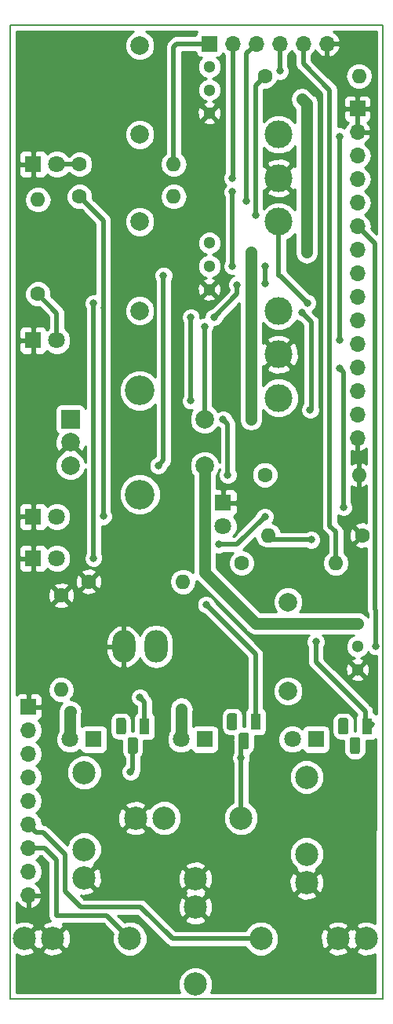
<source format=gbr>
%TF.GenerationSoftware,KiCad,Pcbnew,(5.0.1)-3*%
%TF.CreationDate,2019-04-27T14:05:43+01:00*%
%TF.ProjectId,Fractional clock divider top board,4672616374696F6E616C20636C6F636B,rev?*%
%TF.SameCoordinates,Original*%
%TF.FileFunction,Copper,L2,Bot,Signal*%
%TF.FilePolarity,Positive*%
%FSLAX46Y46*%
G04 Gerber Fmt 4.6, Leading zero omitted, Abs format (unit mm)*
G04 Created by KiCad (PCBNEW (5.0.1)-3) date 27/04/2019 14:05:43*
%MOMM*%
%LPD*%
G01*
G04 APERTURE LIST*
%ADD10C,0.150000*%
%ADD11C,2.500000*%
%ADD12R,1.100000X1.800000*%
%ADD13C,0.100000*%
%ADD14C,1.100000*%
%ADD15C,2.000000*%
%ADD16C,1.300000*%
%ADD17C,1.600000*%
%ADD18O,1.600000X1.600000*%
%ADD19C,1.800000*%
%ADD20R,1.800000X1.800000*%
%ADD21R,1.700000X1.700000*%
%ADD22O,1.700000X1.700000*%
%ADD23C,3.000000*%
%ADD24R,2.000000X2.000000*%
%ADD25C,3.200000*%
%ADD26O,2.500000X3.500000*%
%ADD27C,1.200000*%
%ADD28C,0.800000*%
%ADD29C,1.270000*%
%ADD30C,0.500000*%
%ADD31C,0.254000*%
G04 APERTURE END LIST*
D10*
X55250000Y-15000000D02*
X55250000Y-120000000D01*
X15000000Y-15000000D02*
X55250000Y-15000000D01*
X15000000Y-120000000D02*
X55250000Y-120000000D01*
X15000000Y-15000000D02*
X15000000Y-120000000D01*
D11*
X50380000Y-113500000D03*
X53480000Y-113500000D03*
X42080000Y-113500000D03*
X35000000Y-110120000D03*
X35000000Y-107020000D03*
X35000000Y-118420000D03*
X19620000Y-113500000D03*
X16520000Y-113500000D03*
X27920000Y-113500000D03*
X47000000Y-104380000D03*
X47000000Y-107480000D03*
X47000000Y-96080000D03*
X31620000Y-100500000D03*
X28520000Y-100500000D03*
X39920000Y-100500000D03*
X23000000Y-103880000D03*
X23000000Y-106980000D03*
X23000000Y-95580000D03*
D12*
X53500000Y-90600000D03*
D13*
G36*
X51261955Y-89701324D02*
X51288650Y-89705284D01*
X51314828Y-89711841D01*
X51340238Y-89720933D01*
X51364634Y-89732472D01*
X51387782Y-89746346D01*
X51409458Y-89762422D01*
X51429454Y-89780546D01*
X51447578Y-89800542D01*
X51463654Y-89822218D01*
X51477528Y-89845366D01*
X51489067Y-89869762D01*
X51498159Y-89895172D01*
X51504716Y-89921350D01*
X51508676Y-89948045D01*
X51510000Y-89975000D01*
X51510000Y-91225000D01*
X51508676Y-91251955D01*
X51504716Y-91278650D01*
X51498159Y-91304828D01*
X51489067Y-91330238D01*
X51477528Y-91354634D01*
X51463654Y-91377782D01*
X51447578Y-91399458D01*
X51429454Y-91419454D01*
X51409458Y-91437578D01*
X51387782Y-91453654D01*
X51364634Y-91467528D01*
X51340238Y-91479067D01*
X51314828Y-91488159D01*
X51288650Y-91494716D01*
X51261955Y-91498676D01*
X51235000Y-91500000D01*
X50685000Y-91500000D01*
X50658045Y-91498676D01*
X50631350Y-91494716D01*
X50605172Y-91488159D01*
X50579762Y-91479067D01*
X50555366Y-91467528D01*
X50532218Y-91453654D01*
X50510542Y-91437578D01*
X50490546Y-91419454D01*
X50472422Y-91399458D01*
X50456346Y-91377782D01*
X50442472Y-91354634D01*
X50430933Y-91330238D01*
X50421841Y-91304828D01*
X50415284Y-91278650D01*
X50411324Y-91251955D01*
X50410000Y-91225000D01*
X50410000Y-89975000D01*
X50411324Y-89948045D01*
X50415284Y-89921350D01*
X50421841Y-89895172D01*
X50430933Y-89869762D01*
X50442472Y-89845366D01*
X50456346Y-89822218D01*
X50472422Y-89800542D01*
X50490546Y-89780546D01*
X50510542Y-89762422D01*
X50532218Y-89746346D01*
X50555366Y-89732472D01*
X50579762Y-89720933D01*
X50605172Y-89711841D01*
X50631350Y-89705284D01*
X50658045Y-89701324D01*
X50685000Y-89700000D01*
X51235000Y-89700000D01*
X51261955Y-89701324D01*
X51261955Y-89701324D01*
G37*
D14*
X50960000Y-90600000D03*
D13*
G36*
X52531955Y-91771324D02*
X52558650Y-91775284D01*
X52584828Y-91781841D01*
X52610238Y-91790933D01*
X52634634Y-91802472D01*
X52657782Y-91816346D01*
X52679458Y-91832422D01*
X52699454Y-91850546D01*
X52717578Y-91870542D01*
X52733654Y-91892218D01*
X52747528Y-91915366D01*
X52759067Y-91939762D01*
X52768159Y-91965172D01*
X52774716Y-91991350D01*
X52778676Y-92018045D01*
X52780000Y-92045000D01*
X52780000Y-93295000D01*
X52778676Y-93321955D01*
X52774716Y-93348650D01*
X52768159Y-93374828D01*
X52759067Y-93400238D01*
X52747528Y-93424634D01*
X52733654Y-93447782D01*
X52717578Y-93469458D01*
X52699454Y-93489454D01*
X52679458Y-93507578D01*
X52657782Y-93523654D01*
X52634634Y-93537528D01*
X52610238Y-93549067D01*
X52584828Y-93558159D01*
X52558650Y-93564716D01*
X52531955Y-93568676D01*
X52505000Y-93570000D01*
X51955000Y-93570000D01*
X51928045Y-93568676D01*
X51901350Y-93564716D01*
X51875172Y-93558159D01*
X51849762Y-93549067D01*
X51825366Y-93537528D01*
X51802218Y-93523654D01*
X51780542Y-93507578D01*
X51760546Y-93489454D01*
X51742422Y-93469458D01*
X51726346Y-93447782D01*
X51712472Y-93424634D01*
X51700933Y-93400238D01*
X51691841Y-93374828D01*
X51685284Y-93348650D01*
X51681324Y-93321955D01*
X51680000Y-93295000D01*
X51680000Y-92045000D01*
X51681324Y-92018045D01*
X51685284Y-91991350D01*
X51691841Y-91965172D01*
X51700933Y-91939762D01*
X51712472Y-91915366D01*
X51726346Y-91892218D01*
X51742422Y-91870542D01*
X51760546Y-91850546D01*
X51780542Y-91832422D01*
X51802218Y-91816346D01*
X51825366Y-91802472D01*
X51849762Y-91790933D01*
X51875172Y-91781841D01*
X51901350Y-91775284D01*
X51928045Y-91771324D01*
X51955000Y-91770000D01*
X52505000Y-91770000D01*
X52531955Y-91771324D01*
X52531955Y-91771324D01*
G37*
D14*
X52230000Y-92670000D03*
D12*
X41500000Y-90100000D03*
D13*
G36*
X39261955Y-89201324D02*
X39288650Y-89205284D01*
X39314828Y-89211841D01*
X39340238Y-89220933D01*
X39364634Y-89232472D01*
X39387782Y-89246346D01*
X39409458Y-89262422D01*
X39429454Y-89280546D01*
X39447578Y-89300542D01*
X39463654Y-89322218D01*
X39477528Y-89345366D01*
X39489067Y-89369762D01*
X39498159Y-89395172D01*
X39504716Y-89421350D01*
X39508676Y-89448045D01*
X39510000Y-89475000D01*
X39510000Y-90725000D01*
X39508676Y-90751955D01*
X39504716Y-90778650D01*
X39498159Y-90804828D01*
X39489067Y-90830238D01*
X39477528Y-90854634D01*
X39463654Y-90877782D01*
X39447578Y-90899458D01*
X39429454Y-90919454D01*
X39409458Y-90937578D01*
X39387782Y-90953654D01*
X39364634Y-90967528D01*
X39340238Y-90979067D01*
X39314828Y-90988159D01*
X39288650Y-90994716D01*
X39261955Y-90998676D01*
X39235000Y-91000000D01*
X38685000Y-91000000D01*
X38658045Y-90998676D01*
X38631350Y-90994716D01*
X38605172Y-90988159D01*
X38579762Y-90979067D01*
X38555366Y-90967528D01*
X38532218Y-90953654D01*
X38510542Y-90937578D01*
X38490546Y-90919454D01*
X38472422Y-90899458D01*
X38456346Y-90877782D01*
X38442472Y-90854634D01*
X38430933Y-90830238D01*
X38421841Y-90804828D01*
X38415284Y-90778650D01*
X38411324Y-90751955D01*
X38410000Y-90725000D01*
X38410000Y-89475000D01*
X38411324Y-89448045D01*
X38415284Y-89421350D01*
X38421841Y-89395172D01*
X38430933Y-89369762D01*
X38442472Y-89345366D01*
X38456346Y-89322218D01*
X38472422Y-89300542D01*
X38490546Y-89280546D01*
X38510542Y-89262422D01*
X38532218Y-89246346D01*
X38555366Y-89232472D01*
X38579762Y-89220933D01*
X38605172Y-89211841D01*
X38631350Y-89205284D01*
X38658045Y-89201324D01*
X38685000Y-89200000D01*
X39235000Y-89200000D01*
X39261955Y-89201324D01*
X39261955Y-89201324D01*
G37*
D14*
X38960000Y-90100000D03*
D13*
G36*
X40531955Y-91271324D02*
X40558650Y-91275284D01*
X40584828Y-91281841D01*
X40610238Y-91290933D01*
X40634634Y-91302472D01*
X40657782Y-91316346D01*
X40679458Y-91332422D01*
X40699454Y-91350546D01*
X40717578Y-91370542D01*
X40733654Y-91392218D01*
X40747528Y-91415366D01*
X40759067Y-91439762D01*
X40768159Y-91465172D01*
X40774716Y-91491350D01*
X40778676Y-91518045D01*
X40780000Y-91545000D01*
X40780000Y-92795000D01*
X40778676Y-92821955D01*
X40774716Y-92848650D01*
X40768159Y-92874828D01*
X40759067Y-92900238D01*
X40747528Y-92924634D01*
X40733654Y-92947782D01*
X40717578Y-92969458D01*
X40699454Y-92989454D01*
X40679458Y-93007578D01*
X40657782Y-93023654D01*
X40634634Y-93037528D01*
X40610238Y-93049067D01*
X40584828Y-93058159D01*
X40558650Y-93064716D01*
X40531955Y-93068676D01*
X40505000Y-93070000D01*
X39955000Y-93070000D01*
X39928045Y-93068676D01*
X39901350Y-93064716D01*
X39875172Y-93058159D01*
X39849762Y-93049067D01*
X39825366Y-93037528D01*
X39802218Y-93023654D01*
X39780542Y-93007578D01*
X39760546Y-92989454D01*
X39742422Y-92969458D01*
X39726346Y-92947782D01*
X39712472Y-92924634D01*
X39700933Y-92900238D01*
X39691841Y-92874828D01*
X39685284Y-92848650D01*
X39681324Y-92821955D01*
X39680000Y-92795000D01*
X39680000Y-91545000D01*
X39681324Y-91518045D01*
X39685284Y-91491350D01*
X39691841Y-91465172D01*
X39700933Y-91439762D01*
X39712472Y-91415366D01*
X39726346Y-91392218D01*
X39742422Y-91370542D01*
X39760546Y-91350546D01*
X39780542Y-91332422D01*
X39802218Y-91316346D01*
X39825366Y-91302472D01*
X39849762Y-91290933D01*
X39875172Y-91281841D01*
X39901350Y-91275284D01*
X39928045Y-91271324D01*
X39955000Y-91270000D01*
X40505000Y-91270000D01*
X40531955Y-91271324D01*
X40531955Y-91271324D01*
G37*
D14*
X40230000Y-92170000D03*
D12*
X29500000Y-90600000D03*
D13*
G36*
X27261955Y-89701324D02*
X27288650Y-89705284D01*
X27314828Y-89711841D01*
X27340238Y-89720933D01*
X27364634Y-89732472D01*
X27387782Y-89746346D01*
X27409458Y-89762422D01*
X27429454Y-89780546D01*
X27447578Y-89800542D01*
X27463654Y-89822218D01*
X27477528Y-89845366D01*
X27489067Y-89869762D01*
X27498159Y-89895172D01*
X27504716Y-89921350D01*
X27508676Y-89948045D01*
X27510000Y-89975000D01*
X27510000Y-91225000D01*
X27508676Y-91251955D01*
X27504716Y-91278650D01*
X27498159Y-91304828D01*
X27489067Y-91330238D01*
X27477528Y-91354634D01*
X27463654Y-91377782D01*
X27447578Y-91399458D01*
X27429454Y-91419454D01*
X27409458Y-91437578D01*
X27387782Y-91453654D01*
X27364634Y-91467528D01*
X27340238Y-91479067D01*
X27314828Y-91488159D01*
X27288650Y-91494716D01*
X27261955Y-91498676D01*
X27235000Y-91500000D01*
X26685000Y-91500000D01*
X26658045Y-91498676D01*
X26631350Y-91494716D01*
X26605172Y-91488159D01*
X26579762Y-91479067D01*
X26555366Y-91467528D01*
X26532218Y-91453654D01*
X26510542Y-91437578D01*
X26490546Y-91419454D01*
X26472422Y-91399458D01*
X26456346Y-91377782D01*
X26442472Y-91354634D01*
X26430933Y-91330238D01*
X26421841Y-91304828D01*
X26415284Y-91278650D01*
X26411324Y-91251955D01*
X26410000Y-91225000D01*
X26410000Y-89975000D01*
X26411324Y-89948045D01*
X26415284Y-89921350D01*
X26421841Y-89895172D01*
X26430933Y-89869762D01*
X26442472Y-89845366D01*
X26456346Y-89822218D01*
X26472422Y-89800542D01*
X26490546Y-89780546D01*
X26510542Y-89762422D01*
X26532218Y-89746346D01*
X26555366Y-89732472D01*
X26579762Y-89720933D01*
X26605172Y-89711841D01*
X26631350Y-89705284D01*
X26658045Y-89701324D01*
X26685000Y-89700000D01*
X27235000Y-89700000D01*
X27261955Y-89701324D01*
X27261955Y-89701324D01*
G37*
D14*
X26960000Y-90600000D03*
D13*
G36*
X28531955Y-91771324D02*
X28558650Y-91775284D01*
X28584828Y-91781841D01*
X28610238Y-91790933D01*
X28634634Y-91802472D01*
X28657782Y-91816346D01*
X28679458Y-91832422D01*
X28699454Y-91850546D01*
X28717578Y-91870542D01*
X28733654Y-91892218D01*
X28747528Y-91915366D01*
X28759067Y-91939762D01*
X28768159Y-91965172D01*
X28774716Y-91991350D01*
X28778676Y-92018045D01*
X28780000Y-92045000D01*
X28780000Y-93295000D01*
X28778676Y-93321955D01*
X28774716Y-93348650D01*
X28768159Y-93374828D01*
X28759067Y-93400238D01*
X28747528Y-93424634D01*
X28733654Y-93447782D01*
X28717578Y-93469458D01*
X28699454Y-93489454D01*
X28679458Y-93507578D01*
X28657782Y-93523654D01*
X28634634Y-93537528D01*
X28610238Y-93549067D01*
X28584828Y-93558159D01*
X28558650Y-93564716D01*
X28531955Y-93568676D01*
X28505000Y-93570000D01*
X27955000Y-93570000D01*
X27928045Y-93568676D01*
X27901350Y-93564716D01*
X27875172Y-93558159D01*
X27849762Y-93549067D01*
X27825366Y-93537528D01*
X27802218Y-93523654D01*
X27780542Y-93507578D01*
X27760546Y-93489454D01*
X27742422Y-93469458D01*
X27726346Y-93447782D01*
X27712472Y-93424634D01*
X27700933Y-93400238D01*
X27691841Y-93374828D01*
X27685284Y-93348650D01*
X27681324Y-93321955D01*
X27680000Y-93295000D01*
X27680000Y-92045000D01*
X27681324Y-92018045D01*
X27685284Y-91991350D01*
X27691841Y-91965172D01*
X27700933Y-91939762D01*
X27712472Y-91915366D01*
X27726346Y-91892218D01*
X27742422Y-91870542D01*
X27760546Y-91850546D01*
X27780542Y-91832422D01*
X27802218Y-91816346D01*
X27825366Y-91802472D01*
X27849762Y-91790933D01*
X27875172Y-91781841D01*
X27901350Y-91775284D01*
X27928045Y-91771324D01*
X27955000Y-91770000D01*
X28505000Y-91770000D01*
X28531955Y-91771324D01*
X28531955Y-91771324D01*
G37*
D14*
X28230000Y-92670000D03*
D15*
X29000000Y-17200000D03*
X29000000Y-26800000D03*
D16*
X36500000Y-19500000D03*
X36500000Y-22000000D03*
X36500000Y-24500000D03*
D15*
X45000000Y-77200000D03*
X45000000Y-86800000D03*
D16*
X52500000Y-79500000D03*
X52500000Y-82000000D03*
X52500000Y-84500000D03*
D15*
X29000000Y-36200000D03*
X29000000Y-45800000D03*
D16*
X36500000Y-38500000D03*
X36500000Y-41000000D03*
X36500000Y-43500000D03*
D17*
X40000000Y-73000000D03*
D18*
X50160000Y-73000000D03*
D19*
X33460000Y-92000000D03*
D20*
X36000000Y-92000000D03*
X24000000Y-92000000D03*
D19*
X21460000Y-92000000D03*
X45460000Y-92000000D03*
D20*
X48000000Y-92000000D03*
X17500000Y-30000000D03*
D19*
X20040000Y-30000000D03*
X20040000Y-49000000D03*
D20*
X17500000Y-49000000D03*
X17500000Y-68000000D03*
D19*
X20040000Y-68000000D03*
D20*
X17500000Y-72500000D03*
D19*
X20040000Y-72500000D03*
X38000000Y-69040000D03*
D20*
X38000000Y-66500000D03*
D21*
X36500000Y-17000000D03*
D22*
X39040000Y-17000000D03*
X41580000Y-17000000D03*
X44120000Y-17000000D03*
X46660000Y-17000000D03*
X49200000Y-17000000D03*
X52500000Y-59560000D03*
X52500000Y-57020000D03*
X52500000Y-54480000D03*
X52500000Y-51940000D03*
X52500000Y-49400000D03*
X52500000Y-46860000D03*
X52500000Y-44320000D03*
X52500000Y-41780000D03*
X52500000Y-39240000D03*
X52500000Y-36700000D03*
X52500000Y-34160000D03*
X52500000Y-31620000D03*
X52500000Y-29080000D03*
X52500000Y-26540000D03*
D21*
X52500000Y-24000000D03*
X17000000Y-88500000D03*
D22*
X17000000Y-91040000D03*
X17000000Y-93580000D03*
X17000000Y-96120000D03*
X17000000Y-98660000D03*
X17000000Y-101200000D03*
X17000000Y-103740000D03*
X17000000Y-106280000D03*
X17000000Y-108820000D03*
D18*
X33660000Y-75000000D03*
D17*
X23500000Y-75000000D03*
X20500000Y-76500000D03*
D18*
X20500000Y-86660000D03*
X42840000Y-70000000D03*
D17*
X53000000Y-70000000D03*
D18*
X52660000Y-63500000D03*
D17*
X42500000Y-63500000D03*
D18*
X32660000Y-30000000D03*
D17*
X22500000Y-30000000D03*
X18000000Y-44000000D03*
D18*
X18000000Y-33840000D03*
X32660000Y-33500000D03*
D17*
X22500000Y-33500000D03*
X42500000Y-20500000D03*
D18*
X52660000Y-20500000D03*
D23*
X44000000Y-26800000D03*
X44000000Y-31500000D03*
X44000000Y-36200000D03*
D24*
X21500000Y-57500000D03*
D15*
X21500000Y-60000000D03*
X21500000Y-62500000D03*
D25*
X29000000Y-54400000D03*
X29000000Y-65600000D03*
D15*
X36000000Y-57500000D03*
X36000000Y-62500000D03*
D26*
X27250000Y-82000000D03*
X30750000Y-82000000D03*
D23*
X44000000Y-55200000D03*
X44000000Y-50500000D03*
X44000000Y-45800000D03*
D27*
X33500000Y-88714990D03*
X21500000Y-89000000D03*
D28*
X39920000Y-94000000D03*
D27*
X47000000Y-39500000D03*
X47000000Y-29500000D03*
X46500000Y-23000000D03*
X41000000Y-57500000D03*
X41000000Y-39500000D03*
D28*
X39000000Y-31500000D03*
X40500000Y-34000000D03*
X44120000Y-19960000D03*
X28000000Y-95500000D03*
X46500000Y-46000000D03*
X47399999Y-56500000D03*
X50550000Y-52000000D03*
X51000000Y-67000000D03*
X42500000Y-68000000D03*
X37500000Y-71000000D03*
X50550000Y-49000000D03*
X50550000Y-27000000D03*
X47111039Y-44967219D03*
X38500000Y-63500000D03*
X38000000Y-57500000D03*
X36000000Y-47500000D03*
X31565000Y-42000000D03*
X31000000Y-62500000D03*
X34500000Y-55500000D03*
X42500000Y-41000000D03*
X37000000Y-46500000D03*
X34500000Y-46500000D03*
X42500000Y-42900001D03*
X39500000Y-43000000D03*
X54500000Y-82000000D03*
X39000000Y-33000000D03*
X39000000Y-41000000D03*
X36160000Y-77500000D03*
X29000000Y-87479990D03*
X48000000Y-81500000D03*
X47500000Y-70500000D03*
X25050000Y-67949999D03*
X24000000Y-72500000D03*
X41500000Y-35500000D03*
X24000000Y-45000000D03*
D29*
X33460000Y-91000000D02*
X33460000Y-88754990D01*
X33460000Y-88754990D02*
X33500000Y-88714990D01*
X21460000Y-89040000D02*
X21500000Y-89000000D01*
X21460000Y-92000000D02*
X21460000Y-89040000D01*
X33460000Y-91000000D02*
X33460000Y-92000000D01*
D30*
X29099990Y-110099990D02*
X32500000Y-113500000D01*
X17849999Y-102049999D02*
X18549999Y-102049999D01*
X18549999Y-102049999D02*
X20900010Y-104400010D01*
X32500000Y-113500000D02*
X42080000Y-113500000D01*
X20900010Y-104400010D02*
X20900010Y-108400010D01*
X20900010Y-108400010D02*
X22599990Y-110099990D01*
X22599990Y-110099990D02*
X29099990Y-110099990D01*
X17000000Y-101200000D02*
X17849999Y-102049999D01*
X40230000Y-100190000D02*
X39920000Y-100500000D01*
X40230000Y-91770000D02*
X39920000Y-92080000D01*
X39920000Y-94000000D02*
X39920000Y-100500000D01*
X39920000Y-92080000D02*
X39920000Y-94000000D01*
D29*
X47000000Y-29500000D02*
X47000000Y-34000000D01*
X47000000Y-33500000D02*
X47000000Y-34000000D01*
X47000000Y-34000000D02*
X47000000Y-39500000D01*
X47000000Y-29500000D02*
X47000000Y-23500000D01*
X47000000Y-23500000D02*
X46500000Y-23000000D01*
X41000000Y-57500000D02*
X41000000Y-39500000D01*
X41500000Y-79500000D02*
X52500000Y-79500000D01*
X36000000Y-62500000D02*
X36000000Y-74000000D01*
X36000000Y-74000000D02*
X41500000Y-79500000D01*
D30*
X36500000Y-17000000D02*
X33000000Y-17000000D01*
X32660000Y-17340000D02*
X32660000Y-30000000D01*
X33000000Y-17000000D02*
X32660000Y-17340000D01*
X39040000Y-17000000D02*
X39040000Y-18202081D01*
X39040000Y-18202081D02*
X39040000Y-31460000D01*
X39040000Y-31460000D02*
X39000000Y-31500000D01*
X41500000Y-16580000D02*
X41580000Y-16500000D01*
X41580000Y-17000000D02*
X40500000Y-18080000D01*
X40500000Y-18080000D02*
X40500000Y-34000000D01*
X44120000Y-17000000D02*
X44120000Y-19960000D01*
X46660000Y-19160000D02*
X46660000Y-16500000D01*
X49500000Y-22000000D02*
X46660000Y-19160000D01*
X49500000Y-69000000D02*
X49500000Y-22000000D01*
X50160000Y-69660000D02*
X50160000Y-73000000D01*
X49500000Y-69000000D02*
X50160000Y-69660000D01*
X28230000Y-95270000D02*
X28000000Y-95500000D01*
X28230000Y-92270000D02*
X28230000Y-95270000D01*
X46500000Y-46000000D02*
X47500000Y-47000000D01*
X47500000Y-47000000D02*
X47500000Y-56399999D01*
X47500000Y-56399999D02*
X47399999Y-56500000D01*
X50550000Y-52000000D02*
X51000000Y-52450000D01*
X51000000Y-52450000D02*
X51000000Y-67000000D01*
X42500000Y-68000000D02*
X39500000Y-71000000D01*
X39500000Y-71000000D02*
X37500000Y-71000000D01*
X50550000Y-49000000D02*
X50550000Y-27000000D01*
X44000000Y-42000000D02*
X44000000Y-36200000D01*
X44143820Y-42000000D02*
X44000000Y-42000000D01*
X47111039Y-44967219D02*
X44143820Y-42000000D01*
X38500000Y-63500000D02*
X38500000Y-58000000D01*
X38500000Y-58000000D02*
X38000000Y-57500000D01*
X36000000Y-47500000D02*
X36000000Y-57500000D01*
X31565000Y-42000000D02*
X31565000Y-61935000D01*
X31565000Y-61935000D02*
X31000000Y-62500000D01*
X34500000Y-46500000D02*
X34500000Y-55500000D01*
X42500000Y-41000000D02*
X42500000Y-42900001D01*
X39500000Y-44000000D02*
X37000000Y-46500000D01*
X39500000Y-43000000D02*
X39500000Y-44000000D01*
X54375000Y-38575000D02*
X52500000Y-36700000D01*
X54375000Y-78000000D02*
X54375000Y-38575000D01*
X54500000Y-78125000D02*
X54375000Y-78000000D01*
X54500000Y-82000000D02*
X54500000Y-78125000D01*
X39000000Y-33000000D02*
X39000000Y-41000000D01*
X25420000Y-111000000D02*
X27920000Y-113500000D01*
X20000000Y-111000000D02*
X25420000Y-111000000D01*
X20000000Y-105000000D02*
X20000000Y-111000000D01*
X17000000Y-103740000D02*
X18740000Y-103740000D01*
X18740000Y-103740000D02*
X20000000Y-105000000D01*
X41500000Y-90500000D02*
X41500000Y-82840000D01*
X41500000Y-82840000D02*
X36160000Y-77500000D01*
X29500000Y-91000000D02*
X29500000Y-87979990D01*
X29500000Y-87979990D02*
X29000000Y-87479990D01*
X54160000Y-90340000D02*
X53500000Y-91000000D01*
X52000000Y-87660000D02*
X53340000Y-89000000D01*
X53340000Y-90840000D02*
X53500000Y-91000000D01*
X53340000Y-89000000D02*
X53340000Y-90840000D01*
X52000000Y-87660000D02*
X48000000Y-83660000D01*
X48000000Y-83660000D02*
X48000000Y-81500000D01*
X43340000Y-70500000D02*
X42840000Y-70000000D01*
X47500000Y-70500000D02*
X43340000Y-70500000D01*
X22500000Y-30000000D02*
X20040000Y-30000000D01*
X20040000Y-46040000D02*
X20040000Y-49000000D01*
X18000000Y-44000000D02*
X20040000Y-46040000D01*
X25050000Y-45550000D02*
X25050000Y-67949999D01*
X25000000Y-45500000D02*
X25050000Y-45550000D01*
X25050000Y-36050000D02*
X22500000Y-33500000D01*
X25050000Y-45550000D02*
X25050000Y-36050000D01*
X24000000Y-45000000D02*
X24000000Y-72500000D01*
X42500000Y-20500000D02*
X41500000Y-21500000D01*
X41500000Y-21500000D02*
X41500000Y-35500000D01*
D31*
G36*
X28073847Y-15813914D02*
X27613914Y-16273847D01*
X27365000Y-16874778D01*
X27365000Y-17525222D01*
X27613914Y-18126153D01*
X28073847Y-18586086D01*
X28674778Y-18835000D01*
X29325222Y-18835000D01*
X29926153Y-18586086D01*
X30386086Y-18126153D01*
X30635000Y-17525222D01*
X30635000Y-16874778D01*
X30386086Y-16273847D01*
X29926153Y-15813914D01*
X29675283Y-15710000D01*
X35180291Y-15710000D01*
X35051843Y-15902235D01*
X35009522Y-16115000D01*
X33087161Y-16115000D01*
X33000000Y-16097663D01*
X32912839Y-16115000D01*
X32912835Y-16115000D01*
X32654690Y-16166348D01*
X32361951Y-16361951D01*
X32312575Y-16435847D01*
X32095847Y-16652575D01*
X32021951Y-16701951D01*
X31826348Y-16994691D01*
X31775000Y-17252836D01*
X31775000Y-17252839D01*
X31757663Y-17340000D01*
X31775000Y-17427161D01*
X31775001Y-28865478D01*
X31625423Y-28965423D01*
X31308260Y-29440091D01*
X31196887Y-30000000D01*
X31308260Y-30559909D01*
X31625423Y-31034577D01*
X32100091Y-31351740D01*
X32518667Y-31435000D01*
X32801333Y-31435000D01*
X33219909Y-31351740D01*
X33694577Y-31034577D01*
X34011740Y-30559909D01*
X34123113Y-30000000D01*
X34011740Y-29440091D01*
X33694577Y-28965423D01*
X33545000Y-28865479D01*
X33545000Y-25399016D01*
X35780590Y-25399016D01*
X35836271Y-25629611D01*
X36319078Y-25797622D01*
X36829428Y-25768083D01*
X37163729Y-25629611D01*
X37219410Y-25399016D01*
X36500000Y-24679605D01*
X35780590Y-25399016D01*
X33545000Y-25399016D01*
X33545000Y-24319078D01*
X35202378Y-24319078D01*
X35231917Y-24829428D01*
X35370389Y-25163729D01*
X35600984Y-25219410D01*
X36320395Y-24500000D01*
X36679605Y-24500000D01*
X37399016Y-25219410D01*
X37629611Y-25163729D01*
X37797622Y-24680922D01*
X37768083Y-24170572D01*
X37629611Y-23836271D01*
X37399016Y-23780590D01*
X36679605Y-24500000D01*
X36320395Y-24500000D01*
X35600984Y-23780590D01*
X35370389Y-23836271D01*
X35202378Y-24319078D01*
X33545000Y-24319078D01*
X33545000Y-17885000D01*
X35009522Y-17885000D01*
X35051843Y-18097765D01*
X35192191Y-18307809D01*
X35402235Y-18448157D01*
X35650000Y-18497440D01*
X35685295Y-18497440D01*
X35410629Y-18772106D01*
X35215000Y-19244398D01*
X35215000Y-19755602D01*
X35410629Y-20227894D01*
X35772106Y-20589371D01*
X36159900Y-20750000D01*
X35772106Y-20910629D01*
X35410629Y-21272106D01*
X35215000Y-21744398D01*
X35215000Y-22255602D01*
X35410629Y-22727894D01*
X35772106Y-23089371D01*
X36143408Y-23243169D01*
X35836271Y-23370389D01*
X35780590Y-23600984D01*
X36500000Y-24320395D01*
X37219410Y-23600984D01*
X37163729Y-23370389D01*
X36829906Y-23254223D01*
X37227894Y-23089371D01*
X37589371Y-22727894D01*
X37785000Y-22255602D01*
X37785000Y-21744398D01*
X37589371Y-21272106D01*
X37227894Y-20910629D01*
X36840100Y-20750000D01*
X37227894Y-20589371D01*
X37589371Y-20227894D01*
X37785000Y-19755602D01*
X37785000Y-19244398D01*
X37589371Y-18772106D01*
X37314705Y-18497440D01*
X37350000Y-18497440D01*
X37597765Y-18448157D01*
X37807809Y-18307809D01*
X37948157Y-18097765D01*
X37957184Y-18052381D01*
X37969375Y-18070625D01*
X38155000Y-18194656D01*
X38155001Y-30881288D01*
X38122569Y-30913720D01*
X37965000Y-31294126D01*
X37965000Y-31705874D01*
X38122569Y-32086280D01*
X38286289Y-32250000D01*
X38122569Y-32413720D01*
X37965000Y-32794126D01*
X37965000Y-33205874D01*
X38115000Y-33568007D01*
X38115001Y-40431991D01*
X37965000Y-40794126D01*
X37965000Y-41205874D01*
X38122569Y-41586280D01*
X38413720Y-41877431D01*
X38794126Y-42035000D01*
X39125131Y-42035000D01*
X38913720Y-42122569D01*
X38622569Y-42413720D01*
X38465000Y-42794126D01*
X38465000Y-43205874D01*
X38615001Y-43568008D01*
X38615001Y-43633421D01*
X36775853Y-45472569D01*
X36413720Y-45622569D01*
X36122569Y-45913720D01*
X35965000Y-46294126D01*
X35965000Y-46465000D01*
X35794126Y-46465000D01*
X35535000Y-46572333D01*
X35535000Y-46294126D01*
X35377431Y-45913720D01*
X35086280Y-45622569D01*
X34705874Y-45465000D01*
X34294126Y-45465000D01*
X33913720Y-45622569D01*
X33622569Y-45913720D01*
X33465000Y-46294126D01*
X33465000Y-46705874D01*
X33615000Y-47068007D01*
X33615001Y-54931991D01*
X33465000Y-55294126D01*
X33465000Y-55705874D01*
X33622569Y-56086280D01*
X33913720Y-56377431D01*
X34294126Y-56535000D01*
X34652761Y-56535000D01*
X34613914Y-56573847D01*
X34365000Y-57174778D01*
X34365000Y-57825222D01*
X34613914Y-58426153D01*
X35073847Y-58886086D01*
X35674778Y-59135000D01*
X36325222Y-59135000D01*
X36926153Y-58886086D01*
X37386086Y-58426153D01*
X37408450Y-58372161D01*
X37413720Y-58377431D01*
X37615001Y-58460804D01*
X37615000Y-62126494D01*
X37386086Y-61573847D01*
X36926153Y-61113914D01*
X36325222Y-60865000D01*
X35674778Y-60865000D01*
X35073847Y-61113914D01*
X34613914Y-61573847D01*
X34365000Y-62174778D01*
X34365000Y-62825222D01*
X34613914Y-63426153D01*
X34730000Y-63542239D01*
X34730001Y-73874920D01*
X34708002Y-73985515D01*
X34694577Y-73965423D01*
X34219909Y-73648260D01*
X33801333Y-73565000D01*
X33518667Y-73565000D01*
X33100091Y-73648260D01*
X32625423Y-73965423D01*
X32308260Y-74440091D01*
X32196887Y-75000000D01*
X32308260Y-75559909D01*
X32625423Y-76034577D01*
X33100091Y-76351740D01*
X33518667Y-76435000D01*
X33801333Y-76435000D01*
X34219909Y-76351740D01*
X34694577Y-76034577D01*
X35011740Y-75559909D01*
X35123113Y-75000000D01*
X35109692Y-74932529D01*
X35190419Y-74986469D01*
X40513531Y-80309582D01*
X40584382Y-80415618D01*
X40690418Y-80486469D01*
X40690419Y-80486470D01*
X40952084Y-80661309D01*
X41004471Y-80696313D01*
X41374920Y-80770000D01*
X41374924Y-80770000D01*
X41500000Y-80794879D01*
X41625076Y-80770000D01*
X47266289Y-80770000D01*
X47122569Y-80913720D01*
X46965000Y-81294126D01*
X46965000Y-81705874D01*
X47115001Y-82068009D01*
X47115000Y-83572839D01*
X47097663Y-83660000D01*
X47115000Y-83747161D01*
X47115000Y-83747164D01*
X47166348Y-84005309D01*
X47361951Y-84298049D01*
X47435847Y-84347425D01*
X51435845Y-88347424D01*
X51435848Y-88347426D01*
X52427471Y-89339050D01*
X52351843Y-89452235D01*
X52302560Y-89700000D01*
X52302560Y-91122560D01*
X52157440Y-91122560D01*
X52157440Y-89975000D01*
X52087223Y-89621997D01*
X51887264Y-89322736D01*
X51588003Y-89122777D01*
X51235000Y-89052560D01*
X50685000Y-89052560D01*
X50331997Y-89122777D01*
X50032736Y-89322736D01*
X49832777Y-89621997D01*
X49762560Y-89975000D01*
X49762560Y-91225000D01*
X49832777Y-91578003D01*
X50032736Y-91877264D01*
X50331997Y-92077223D01*
X50685000Y-92147440D01*
X51032560Y-92147440D01*
X51032560Y-93295000D01*
X51102777Y-93648003D01*
X51302736Y-93947264D01*
X51601997Y-94147223D01*
X51955000Y-94217440D01*
X52505000Y-94217440D01*
X52858003Y-94147223D01*
X53157264Y-93947264D01*
X53357223Y-93648003D01*
X53427440Y-93295000D01*
X53427440Y-92147440D01*
X54050000Y-92147440D01*
X54297765Y-92098157D01*
X54505405Y-91959415D01*
X54409837Y-111837625D01*
X53804194Y-111605612D01*
X53054565Y-111625750D01*
X52455533Y-111873877D01*
X52326285Y-112166680D01*
X53480000Y-113320395D01*
X53494143Y-113306253D01*
X53673748Y-113485858D01*
X53659605Y-113500000D01*
X53673748Y-113514143D01*
X53494143Y-113693748D01*
X53480000Y-113679605D01*
X52326285Y-114833320D01*
X52455533Y-115126123D01*
X53155806Y-115394388D01*
X53905435Y-115374250D01*
X54393806Y-115171960D01*
X54374008Y-119290000D01*
X36679944Y-119290000D01*
X36885000Y-118794950D01*
X36885000Y-118045050D01*
X36598026Y-117352233D01*
X36067767Y-116821974D01*
X35374950Y-116535000D01*
X34625050Y-116535000D01*
X33932233Y-116821974D01*
X33401974Y-117352233D01*
X33115000Y-118045050D01*
X33115000Y-118794950D01*
X33320056Y-119290000D01*
X15710000Y-119290000D01*
X15710000Y-115208282D01*
X16195806Y-115394388D01*
X16945435Y-115374250D01*
X17544467Y-115126123D01*
X17673715Y-114833320D01*
X18466285Y-114833320D01*
X18595533Y-115126123D01*
X19295806Y-115394388D01*
X20045435Y-115374250D01*
X20644467Y-115126123D01*
X20773715Y-114833320D01*
X19620000Y-113679605D01*
X18466285Y-114833320D01*
X17673715Y-114833320D01*
X16520000Y-113679605D01*
X16505858Y-113693748D01*
X16326253Y-113514143D01*
X16340395Y-113500000D01*
X16699605Y-113500000D01*
X17853320Y-114653715D01*
X18070000Y-114558069D01*
X18286680Y-114653715D01*
X19440395Y-113500000D01*
X19799605Y-113500000D01*
X20953320Y-114653715D01*
X21246123Y-114524467D01*
X21514388Y-113824194D01*
X21494250Y-113074565D01*
X21246123Y-112475533D01*
X20953320Y-112346285D01*
X19799605Y-113500000D01*
X19440395Y-113500000D01*
X18286680Y-112346285D01*
X18070000Y-112441931D01*
X17853320Y-112346285D01*
X16699605Y-113500000D01*
X16340395Y-113500000D01*
X16326253Y-113485858D01*
X16505858Y-113306253D01*
X16520000Y-113320395D01*
X17673715Y-112166680D01*
X17544467Y-111873877D01*
X16844194Y-111605612D01*
X16094565Y-111625750D01*
X15710000Y-111785042D01*
X15710000Y-109542608D01*
X15728355Y-109586924D01*
X16118642Y-110015183D01*
X16643108Y-110261486D01*
X16873000Y-110140819D01*
X16873000Y-108947000D01*
X17127000Y-108947000D01*
X17127000Y-110140819D01*
X17356892Y-110261486D01*
X17881358Y-110015183D01*
X18271645Y-109586924D01*
X18441476Y-109176890D01*
X18320155Y-108947000D01*
X17127000Y-108947000D01*
X16873000Y-108947000D01*
X16853000Y-108947000D01*
X16853000Y-108693000D01*
X16873000Y-108693000D01*
X16873000Y-108673000D01*
X17127000Y-108673000D01*
X17127000Y-108693000D01*
X18320155Y-108693000D01*
X18441476Y-108463110D01*
X18271645Y-108053076D01*
X17881358Y-107624817D01*
X17751522Y-107563843D01*
X18070625Y-107350625D01*
X18398839Y-106859418D01*
X18514092Y-106280000D01*
X18398839Y-105700582D01*
X18070625Y-105209375D01*
X17772239Y-105010000D01*
X18070625Y-104810625D01*
X18194656Y-104625000D01*
X18373422Y-104625000D01*
X19115000Y-105366579D01*
X19115001Y-110912831D01*
X19097662Y-111000000D01*
X19166348Y-111345310D01*
X19350926Y-111621550D01*
X19194565Y-111625750D01*
X18595533Y-111873877D01*
X18466285Y-112166680D01*
X19620000Y-113320395D01*
X20773715Y-112166680D01*
X20649377Y-111885000D01*
X25053422Y-111885000D01*
X26110705Y-112942283D01*
X26035000Y-113125050D01*
X26035000Y-113874950D01*
X26321974Y-114567767D01*
X26852233Y-115098026D01*
X27545050Y-115385000D01*
X28294950Y-115385000D01*
X28987767Y-115098026D01*
X29518026Y-114567767D01*
X29805000Y-113874950D01*
X29805000Y-113125050D01*
X29518026Y-112432233D01*
X28987767Y-111901974D01*
X28294950Y-111615000D01*
X27545050Y-111615000D01*
X27362283Y-111690705D01*
X26656568Y-110984990D01*
X28733412Y-110984990D01*
X31812577Y-114064156D01*
X31861951Y-114138049D01*
X31935844Y-114187423D01*
X31935845Y-114187424D01*
X32046880Y-114261615D01*
X32154690Y-114333652D01*
X32412835Y-114385000D01*
X32412839Y-114385000D01*
X32499999Y-114402337D01*
X32587159Y-114385000D01*
X40406269Y-114385000D01*
X40481974Y-114567767D01*
X41012233Y-115098026D01*
X41705050Y-115385000D01*
X42454950Y-115385000D01*
X43147767Y-115098026D01*
X43412473Y-114833320D01*
X49226285Y-114833320D01*
X49355533Y-115126123D01*
X50055806Y-115394388D01*
X50805435Y-115374250D01*
X51404467Y-115126123D01*
X51533715Y-114833320D01*
X50380000Y-113679605D01*
X49226285Y-114833320D01*
X43412473Y-114833320D01*
X43678026Y-114567767D01*
X43965000Y-113874950D01*
X43965000Y-113175806D01*
X48485612Y-113175806D01*
X48505750Y-113925435D01*
X48753877Y-114524467D01*
X49046680Y-114653715D01*
X50200395Y-113500000D01*
X50559605Y-113500000D01*
X51713320Y-114653715D01*
X51930000Y-114558069D01*
X52146680Y-114653715D01*
X53300395Y-113500000D01*
X52146680Y-112346285D01*
X51930000Y-112441931D01*
X51713320Y-112346285D01*
X50559605Y-113500000D01*
X50200395Y-113500000D01*
X49046680Y-112346285D01*
X48753877Y-112475533D01*
X48485612Y-113175806D01*
X43965000Y-113175806D01*
X43965000Y-113125050D01*
X43678026Y-112432233D01*
X43412473Y-112166680D01*
X49226285Y-112166680D01*
X50380000Y-113320395D01*
X51533715Y-112166680D01*
X51404467Y-111873877D01*
X50704194Y-111605612D01*
X49954565Y-111625750D01*
X49355533Y-111873877D01*
X49226285Y-112166680D01*
X43412473Y-112166680D01*
X43147767Y-111901974D01*
X42454950Y-111615000D01*
X41705050Y-111615000D01*
X41012233Y-111901974D01*
X40481974Y-112432233D01*
X40406269Y-112615000D01*
X32866579Y-112615000D01*
X31704899Y-111453320D01*
X33846285Y-111453320D01*
X33975533Y-111746123D01*
X34675806Y-112014388D01*
X35425435Y-111994250D01*
X36024467Y-111746123D01*
X36153715Y-111453320D01*
X35000000Y-110299605D01*
X33846285Y-111453320D01*
X31704899Y-111453320D01*
X30047385Y-109795806D01*
X33105612Y-109795806D01*
X33125750Y-110545435D01*
X33373877Y-111144467D01*
X33666680Y-111273715D01*
X34820395Y-110120000D01*
X35179605Y-110120000D01*
X36333320Y-111273715D01*
X36626123Y-111144467D01*
X36894388Y-110444194D01*
X36874250Y-109694565D01*
X36626123Y-109095533D01*
X36333320Y-108966285D01*
X35179605Y-110120000D01*
X34820395Y-110120000D01*
X33666680Y-108966285D01*
X33373877Y-109095533D01*
X33105612Y-109795806D01*
X30047385Y-109795806D01*
X29787415Y-109535837D01*
X29738039Y-109461941D01*
X29445300Y-109266338D01*
X29187155Y-109214990D01*
X29187151Y-109214990D01*
X29099990Y-109197653D01*
X29012829Y-109214990D01*
X22966569Y-109214990D01*
X22595018Y-108843439D01*
X22675806Y-108874388D01*
X23425435Y-108854250D01*
X24024467Y-108606123D01*
X24136058Y-108353320D01*
X33846285Y-108353320D01*
X33941931Y-108570000D01*
X33846285Y-108786680D01*
X35000000Y-109940395D01*
X36127075Y-108813320D01*
X45846285Y-108813320D01*
X45975533Y-109106123D01*
X46675806Y-109374388D01*
X47425435Y-109354250D01*
X48024467Y-109106123D01*
X48153715Y-108813320D01*
X47000000Y-107659605D01*
X45846285Y-108813320D01*
X36127075Y-108813320D01*
X36153715Y-108786680D01*
X36058069Y-108570000D01*
X36153715Y-108353320D01*
X35000000Y-107199605D01*
X33846285Y-108353320D01*
X24136058Y-108353320D01*
X24153715Y-108313320D01*
X23000000Y-107159605D01*
X22985858Y-107173748D01*
X22806253Y-106994143D01*
X22820395Y-106980000D01*
X23179605Y-106980000D01*
X24333320Y-108133715D01*
X24626123Y-108004467D01*
X24894388Y-107304194D01*
X24878045Y-106695806D01*
X33105612Y-106695806D01*
X33125750Y-107445435D01*
X33373877Y-108044467D01*
X33666680Y-108173715D01*
X34820395Y-107020000D01*
X35179605Y-107020000D01*
X36333320Y-108173715D01*
X36626123Y-108044467D01*
X36894388Y-107344194D01*
X36889328Y-107155806D01*
X45105612Y-107155806D01*
X45125750Y-107905435D01*
X45373877Y-108504467D01*
X45666680Y-108633715D01*
X46820395Y-107480000D01*
X47179605Y-107480000D01*
X48333320Y-108633715D01*
X48626123Y-108504467D01*
X48894388Y-107804194D01*
X48874250Y-107054565D01*
X48626123Y-106455533D01*
X48333320Y-106326285D01*
X47179605Y-107480000D01*
X46820395Y-107480000D01*
X45666680Y-106326285D01*
X45373877Y-106455533D01*
X45105612Y-107155806D01*
X36889328Y-107155806D01*
X36874250Y-106594565D01*
X36626123Y-105995533D01*
X36333320Y-105866285D01*
X35179605Y-107020000D01*
X34820395Y-107020000D01*
X33666680Y-105866285D01*
X33373877Y-105995533D01*
X33105612Y-106695806D01*
X24878045Y-106695806D01*
X24874250Y-106554565D01*
X24626123Y-105955533D01*
X24333320Y-105826285D01*
X23179605Y-106980000D01*
X22820395Y-106980000D01*
X22806253Y-106965858D01*
X22985858Y-106786253D01*
X23000000Y-106800395D01*
X24113715Y-105686680D01*
X33846285Y-105686680D01*
X35000000Y-106840395D01*
X36153715Y-105686680D01*
X36024467Y-105393877D01*
X35324194Y-105125612D01*
X34574565Y-105145750D01*
X33975533Y-105393877D01*
X33846285Y-105686680D01*
X24113715Y-105686680D01*
X24153715Y-105646680D01*
X24075746Y-105470047D01*
X24598026Y-104947767D01*
X24885000Y-104254950D01*
X24885000Y-104005050D01*
X45115000Y-104005050D01*
X45115000Y-104754950D01*
X45401974Y-105447767D01*
X45924254Y-105970047D01*
X45846285Y-106146680D01*
X47000000Y-107300395D01*
X48153715Y-106146680D01*
X48075746Y-105970047D01*
X48598026Y-105447767D01*
X48885000Y-104754950D01*
X48885000Y-104005050D01*
X48598026Y-103312233D01*
X48067767Y-102781974D01*
X47374950Y-102495000D01*
X46625050Y-102495000D01*
X45932233Y-102781974D01*
X45401974Y-103312233D01*
X45115000Y-104005050D01*
X24885000Y-104005050D01*
X24885000Y-103505050D01*
X24598026Y-102812233D01*
X24067767Y-102281974D01*
X23374950Y-101995000D01*
X22625050Y-101995000D01*
X21932233Y-102281974D01*
X21401974Y-102812233D01*
X21156482Y-103404903D01*
X19584899Y-101833320D01*
X27366285Y-101833320D01*
X27495533Y-102126123D01*
X28195806Y-102394388D01*
X28945435Y-102374250D01*
X29544467Y-102126123D01*
X29673715Y-101833320D01*
X28520000Y-100679605D01*
X27366285Y-101833320D01*
X19584899Y-101833320D01*
X19237424Y-101485846D01*
X19188048Y-101411950D01*
X18895309Y-101216347D01*
X18637164Y-101164999D01*
X18637160Y-101164999D01*
X18549999Y-101147662D01*
X18505444Y-101156524D01*
X18398839Y-100620582D01*
X18101650Y-100175806D01*
X26625612Y-100175806D01*
X26645750Y-100925435D01*
X26893877Y-101524467D01*
X27186680Y-101653715D01*
X28340395Y-100500000D01*
X28699605Y-100500000D01*
X29853320Y-101653715D01*
X30029953Y-101575746D01*
X30552233Y-102098026D01*
X31245050Y-102385000D01*
X31994950Y-102385000D01*
X32687767Y-102098026D01*
X33218026Y-101567767D01*
X33505000Y-100874950D01*
X33505000Y-100125050D01*
X33218026Y-99432233D01*
X32687767Y-98901974D01*
X31994950Y-98615000D01*
X31245050Y-98615000D01*
X30552233Y-98901974D01*
X30029953Y-99424254D01*
X29853320Y-99346285D01*
X28699605Y-100500000D01*
X28340395Y-100500000D01*
X27186680Y-99346285D01*
X26893877Y-99475533D01*
X26625612Y-100175806D01*
X18101650Y-100175806D01*
X18070625Y-100129375D01*
X17772239Y-99930000D01*
X18070625Y-99730625D01*
X18398839Y-99239418D01*
X18413307Y-99166680D01*
X27366285Y-99166680D01*
X28520000Y-100320395D01*
X29673715Y-99166680D01*
X29544467Y-98873877D01*
X28844194Y-98605612D01*
X28094565Y-98625750D01*
X27495533Y-98873877D01*
X27366285Y-99166680D01*
X18413307Y-99166680D01*
X18514092Y-98660000D01*
X18398839Y-98080582D01*
X18070625Y-97589375D01*
X17772239Y-97390000D01*
X18070625Y-97190625D01*
X18398839Y-96699418D01*
X18514092Y-96120000D01*
X18398839Y-95540582D01*
X18174644Y-95205050D01*
X21115000Y-95205050D01*
X21115000Y-95954950D01*
X21401974Y-96647767D01*
X21932233Y-97178026D01*
X22625050Y-97465000D01*
X23374950Y-97465000D01*
X24067767Y-97178026D01*
X24598026Y-96647767D01*
X24885000Y-95954950D01*
X24885000Y-95205050D01*
X24598026Y-94512233D01*
X24067767Y-93981974D01*
X23374950Y-93695000D01*
X22625050Y-93695000D01*
X21932233Y-93981974D01*
X21401974Y-94512233D01*
X21115000Y-95205050D01*
X18174644Y-95205050D01*
X18070625Y-95049375D01*
X17772239Y-94850000D01*
X18070625Y-94650625D01*
X18398839Y-94159418D01*
X18514092Y-93580000D01*
X18398839Y-93000582D01*
X18070625Y-92509375D01*
X17772239Y-92310000D01*
X18070625Y-92110625D01*
X18398839Y-91619418D01*
X18514092Y-91040000D01*
X18398839Y-90460582D01*
X18070625Y-89969375D01*
X18048967Y-89954904D01*
X18209698Y-89888327D01*
X18388327Y-89709699D01*
X18485000Y-89476310D01*
X18485000Y-88785750D01*
X18326250Y-88627000D01*
X17127000Y-88627000D01*
X17127000Y-88647000D01*
X16873000Y-88647000D01*
X16873000Y-88627000D01*
X16853000Y-88627000D01*
X16853000Y-88373000D01*
X16873000Y-88373000D01*
X16873000Y-87173750D01*
X17127000Y-87173750D01*
X17127000Y-88373000D01*
X18326250Y-88373000D01*
X18485000Y-88214250D01*
X18485000Y-87523690D01*
X18388327Y-87290301D01*
X18209698Y-87111673D01*
X17976309Y-87015000D01*
X17285750Y-87015000D01*
X17127000Y-87173750D01*
X16873000Y-87173750D01*
X16714250Y-87015000D01*
X16023691Y-87015000D01*
X15790302Y-87111673D01*
X15710000Y-87191975D01*
X15710000Y-86660000D01*
X19036887Y-86660000D01*
X19148260Y-87219909D01*
X19465423Y-87694577D01*
X19940091Y-88011740D01*
X20358667Y-88095000D01*
X20588356Y-88095000D01*
X20544383Y-88124382D01*
X20473532Y-88230418D01*
X20473530Y-88230420D01*
X20263688Y-88544471D01*
X20165121Y-89040000D01*
X20190001Y-89165080D01*
X20190000Y-91099183D01*
X20158690Y-91130493D01*
X19925000Y-91694670D01*
X19925000Y-92305330D01*
X20158690Y-92869507D01*
X20590493Y-93301310D01*
X21154670Y-93535000D01*
X21765330Y-93535000D01*
X22329507Y-93301310D01*
X22498725Y-93132092D01*
X22501843Y-93147765D01*
X22642191Y-93357809D01*
X22852235Y-93498157D01*
X23100000Y-93547440D01*
X24900000Y-93547440D01*
X25147765Y-93498157D01*
X25357809Y-93357809D01*
X25498157Y-93147765D01*
X25547440Y-92900000D01*
X25547440Y-91100000D01*
X25498157Y-90852235D01*
X25357809Y-90642191D01*
X25147765Y-90501843D01*
X24900000Y-90452560D01*
X23100000Y-90452560D01*
X22852235Y-90501843D01*
X22730000Y-90583518D01*
X22730000Y-89975000D01*
X25762560Y-89975000D01*
X25762560Y-91225000D01*
X25832777Y-91578003D01*
X26032736Y-91877264D01*
X26331997Y-92077223D01*
X26685000Y-92147440D01*
X27032560Y-92147440D01*
X27032560Y-93295000D01*
X27102777Y-93648003D01*
X27302736Y-93947264D01*
X27345001Y-93975504D01*
X27345001Y-94691288D01*
X27122569Y-94913720D01*
X26965000Y-95294126D01*
X26965000Y-95705874D01*
X27122569Y-96086280D01*
X27413720Y-96377431D01*
X27794126Y-96535000D01*
X28205874Y-96535000D01*
X28586280Y-96377431D01*
X28877431Y-96086280D01*
X29035000Y-95705874D01*
X29035000Y-95658191D01*
X29063652Y-95615310D01*
X29115000Y-95357165D01*
X29115000Y-95357160D01*
X29132337Y-95270001D01*
X29115000Y-95182841D01*
X29115000Y-93975504D01*
X29157264Y-93947264D01*
X29357223Y-93648003D01*
X29427440Y-93295000D01*
X29427440Y-92147440D01*
X30050000Y-92147440D01*
X30297765Y-92098157D01*
X30507809Y-91957809D01*
X30648157Y-91747765D01*
X30658718Y-91694670D01*
X31925000Y-91694670D01*
X31925000Y-92305330D01*
X32158690Y-92869507D01*
X32590493Y-93301310D01*
X33154670Y-93535000D01*
X33765330Y-93535000D01*
X34329507Y-93301310D01*
X34498725Y-93132092D01*
X34501843Y-93147765D01*
X34642191Y-93357809D01*
X34852235Y-93498157D01*
X35100000Y-93547440D01*
X36900000Y-93547440D01*
X37147765Y-93498157D01*
X37357809Y-93357809D01*
X37498157Y-93147765D01*
X37547440Y-92900000D01*
X37547440Y-91100000D01*
X37498157Y-90852235D01*
X37357809Y-90642191D01*
X37147765Y-90501843D01*
X36900000Y-90452560D01*
X35100000Y-90452560D01*
X34852235Y-90501843D01*
X34730000Y-90583518D01*
X34730000Y-89041161D01*
X34794879Y-88714990D01*
X34696313Y-88219461D01*
X34415618Y-87799372D01*
X33995529Y-87518677D01*
X33500000Y-87420111D01*
X33004472Y-87518677D01*
X32690420Y-87728520D01*
X32650419Y-87768521D01*
X32544383Y-87839372D01*
X32473532Y-87945408D01*
X32473530Y-87945410D01*
X32263688Y-88259461D01*
X32165121Y-88754990D01*
X32190001Y-88880070D01*
X32190000Y-90874920D01*
X32190000Y-91099183D01*
X32158690Y-91130493D01*
X31925000Y-91694670D01*
X30658718Y-91694670D01*
X30697440Y-91500000D01*
X30697440Y-89700000D01*
X30648157Y-89452235D01*
X30507809Y-89242191D01*
X30385000Y-89160132D01*
X30385000Y-88067151D01*
X30402337Y-87979990D01*
X30385000Y-87892829D01*
X30385000Y-87892825D01*
X30333652Y-87634680D01*
X30138049Y-87341941D01*
X30064153Y-87292565D01*
X30027431Y-87255843D01*
X29877431Y-86893710D01*
X29586280Y-86602559D01*
X29205874Y-86444990D01*
X28794126Y-86444990D01*
X28413720Y-86602559D01*
X28122569Y-86893710D01*
X27965000Y-87274116D01*
X27965000Y-87685864D01*
X28122569Y-88066270D01*
X28413720Y-88357421D01*
X28615001Y-88440794D01*
X28615001Y-89160132D01*
X28492191Y-89242191D01*
X28351843Y-89452235D01*
X28302560Y-89700000D01*
X28302560Y-91122560D01*
X28157440Y-91122560D01*
X28157440Y-89975000D01*
X28087223Y-89621997D01*
X27887264Y-89322736D01*
X27588003Y-89122777D01*
X27235000Y-89052560D01*
X26685000Y-89052560D01*
X26331997Y-89122777D01*
X26032736Y-89322736D01*
X25832777Y-89621997D01*
X25762560Y-89975000D01*
X22730000Y-89975000D01*
X22730000Y-89326171D01*
X22794879Y-89000000D01*
X22696313Y-88504471D01*
X22415618Y-88084382D01*
X21995529Y-87803687D01*
X21514485Y-87708002D01*
X21534577Y-87694577D01*
X21851740Y-87219909D01*
X21963113Y-86660000D01*
X21851740Y-86100091D01*
X21534577Y-85625423D01*
X21059909Y-85308260D01*
X20641333Y-85225000D01*
X20358667Y-85225000D01*
X19940091Y-85308260D01*
X19465423Y-85625423D01*
X19148260Y-86100091D01*
X19036887Y-86660000D01*
X15710000Y-86660000D01*
X15710000Y-82127000D01*
X25365000Y-82127000D01*
X25365000Y-82627000D01*
X25557088Y-83338691D01*
X26006906Y-83922699D01*
X26645974Y-84290114D01*
X26830355Y-84337695D01*
X27123000Y-84221572D01*
X27123000Y-82127000D01*
X25365000Y-82127000D01*
X15710000Y-82127000D01*
X15710000Y-81373000D01*
X25365000Y-81373000D01*
X25365000Y-81873000D01*
X27123000Y-81873000D01*
X27123000Y-79778428D01*
X27377000Y-79778428D01*
X27377000Y-81873000D01*
X27397000Y-81873000D01*
X27397000Y-82127000D01*
X27377000Y-82127000D01*
X27377000Y-84221572D01*
X27669645Y-84337695D01*
X27854026Y-84290114D01*
X28493094Y-83922699D01*
X28942912Y-83338691D01*
X28972840Y-83227805D01*
X28974369Y-83235490D01*
X29390992Y-83859009D01*
X30014511Y-84275631D01*
X30750000Y-84421929D01*
X31485490Y-84275631D01*
X32109009Y-83859009D01*
X32525631Y-83235490D01*
X32635000Y-82685655D01*
X32635000Y-81314345D01*
X32525631Y-80764510D01*
X32109009Y-80140991D01*
X31485489Y-79724369D01*
X30750000Y-79578071D01*
X30014510Y-79724369D01*
X29390991Y-80140991D01*
X28974369Y-80764511D01*
X28972841Y-80772195D01*
X28942912Y-80661309D01*
X28493094Y-80077301D01*
X27854026Y-79709886D01*
X27669645Y-79662305D01*
X27377000Y-79778428D01*
X27123000Y-79778428D01*
X26830355Y-79662305D01*
X26645974Y-79709886D01*
X26006906Y-80077301D01*
X25557088Y-80661309D01*
X25365000Y-81373000D01*
X15710000Y-81373000D01*
X15710000Y-77507745D01*
X19671861Y-77507745D01*
X19745995Y-77753864D01*
X20283223Y-77946965D01*
X20853454Y-77919778D01*
X21254005Y-77753864D01*
X21328139Y-77507745D01*
X20500000Y-76679605D01*
X19671861Y-77507745D01*
X15710000Y-77507745D01*
X15710000Y-76283223D01*
X19053035Y-76283223D01*
X19080222Y-76853454D01*
X19246136Y-77254005D01*
X19492255Y-77328139D01*
X20320395Y-76500000D01*
X20679605Y-76500000D01*
X21507745Y-77328139D01*
X21620665Y-77294126D01*
X35125000Y-77294126D01*
X35125000Y-77705874D01*
X35282569Y-78086280D01*
X35573720Y-78377431D01*
X35935853Y-78527431D01*
X40615001Y-83206580D01*
X40615000Y-88660132D01*
X40492191Y-88742191D01*
X40351843Y-88952235D01*
X40302560Y-89200000D01*
X40302560Y-90622560D01*
X40157440Y-90622560D01*
X40157440Y-89475000D01*
X40087223Y-89121997D01*
X39887264Y-88822736D01*
X39588003Y-88622777D01*
X39235000Y-88552560D01*
X38685000Y-88552560D01*
X38331997Y-88622777D01*
X38032736Y-88822736D01*
X37832777Y-89121997D01*
X37762560Y-89475000D01*
X37762560Y-90725000D01*
X37832777Y-91078003D01*
X38032736Y-91377264D01*
X38331997Y-91577223D01*
X38685000Y-91647440D01*
X39032560Y-91647440D01*
X39032560Y-92005106D01*
X39017663Y-92080000D01*
X39032560Y-92154894D01*
X39032560Y-92795000D01*
X39035000Y-92807269D01*
X39035001Y-93431992D01*
X38885000Y-93794126D01*
X38885000Y-94205874D01*
X39035000Y-94568007D01*
X39035001Y-98826269D01*
X38852233Y-98901974D01*
X38321974Y-99432233D01*
X38035000Y-100125050D01*
X38035000Y-100874950D01*
X38321974Y-101567767D01*
X38852233Y-102098026D01*
X39545050Y-102385000D01*
X40294950Y-102385000D01*
X40987767Y-102098026D01*
X41518026Y-101567767D01*
X41805000Y-100874950D01*
X41805000Y-100125050D01*
X41518026Y-99432233D01*
X40987767Y-98901974D01*
X40805000Y-98826269D01*
X40805000Y-95705050D01*
X45115000Y-95705050D01*
X45115000Y-96454950D01*
X45401974Y-97147767D01*
X45932233Y-97678026D01*
X46625050Y-97965000D01*
X47374950Y-97965000D01*
X48067767Y-97678026D01*
X48598026Y-97147767D01*
X48885000Y-96454950D01*
X48885000Y-95705050D01*
X48598026Y-95012233D01*
X48067767Y-94481974D01*
X47374950Y-94195000D01*
X46625050Y-94195000D01*
X45932233Y-94481974D01*
X45401974Y-95012233D01*
X45115000Y-95705050D01*
X40805000Y-95705050D01*
X40805000Y-94568007D01*
X40955000Y-94205874D01*
X40955000Y-93794126D01*
X40886315Y-93628306D01*
X41157264Y-93447264D01*
X41357223Y-93148003D01*
X41427440Y-92795000D01*
X41427440Y-91694670D01*
X43925000Y-91694670D01*
X43925000Y-92305330D01*
X44158690Y-92869507D01*
X44590493Y-93301310D01*
X45154670Y-93535000D01*
X45765330Y-93535000D01*
X46329507Y-93301310D01*
X46498725Y-93132092D01*
X46501843Y-93147765D01*
X46642191Y-93357809D01*
X46852235Y-93498157D01*
X47100000Y-93547440D01*
X48900000Y-93547440D01*
X49147765Y-93498157D01*
X49357809Y-93357809D01*
X49498157Y-93147765D01*
X49547440Y-92900000D01*
X49547440Y-91100000D01*
X49498157Y-90852235D01*
X49357809Y-90642191D01*
X49147765Y-90501843D01*
X48900000Y-90452560D01*
X47100000Y-90452560D01*
X46852235Y-90501843D01*
X46642191Y-90642191D01*
X46501843Y-90852235D01*
X46498725Y-90867908D01*
X46329507Y-90698690D01*
X45765330Y-90465000D01*
X45154670Y-90465000D01*
X44590493Y-90698690D01*
X44158690Y-91130493D01*
X43925000Y-91694670D01*
X41427440Y-91694670D01*
X41427440Y-91647440D01*
X42050000Y-91647440D01*
X42297765Y-91598157D01*
X42507809Y-91457809D01*
X42648157Y-91247765D01*
X42697440Y-91000000D01*
X42697440Y-89200000D01*
X42648157Y-88952235D01*
X42507809Y-88742191D01*
X42385000Y-88660132D01*
X42385000Y-86474778D01*
X43365000Y-86474778D01*
X43365000Y-87125222D01*
X43613914Y-87726153D01*
X44073847Y-88186086D01*
X44674778Y-88435000D01*
X45325222Y-88435000D01*
X45926153Y-88186086D01*
X46386086Y-87726153D01*
X46635000Y-87125222D01*
X46635000Y-86474778D01*
X46386086Y-85873847D01*
X45926153Y-85413914D01*
X45325222Y-85165000D01*
X44674778Y-85165000D01*
X44073847Y-85413914D01*
X43613914Y-85873847D01*
X43365000Y-86474778D01*
X42385000Y-86474778D01*
X42385000Y-82927159D01*
X42402337Y-82839999D01*
X42385000Y-82752839D01*
X42385000Y-82752835D01*
X42333652Y-82494690D01*
X42138049Y-82201951D01*
X42064156Y-82152577D01*
X37187431Y-77275853D01*
X37037431Y-76913720D01*
X36746280Y-76622569D01*
X36365874Y-76465000D01*
X35954126Y-76465000D01*
X35573720Y-76622569D01*
X35282569Y-76913720D01*
X35125000Y-77294126D01*
X21620665Y-77294126D01*
X21753864Y-77254005D01*
X21946965Y-76716777D01*
X21919778Y-76146546D01*
X21862285Y-76007745D01*
X22671861Y-76007745D01*
X22745995Y-76253864D01*
X23283223Y-76446965D01*
X23853454Y-76419778D01*
X24254005Y-76253864D01*
X24328139Y-76007745D01*
X23500000Y-75179605D01*
X22671861Y-76007745D01*
X21862285Y-76007745D01*
X21753864Y-75745995D01*
X21507745Y-75671861D01*
X20679605Y-76500000D01*
X20320395Y-76500000D01*
X19492255Y-75671861D01*
X19246136Y-75745995D01*
X19053035Y-76283223D01*
X15710000Y-76283223D01*
X15710000Y-75492255D01*
X19671861Y-75492255D01*
X20500000Y-76320395D01*
X21328139Y-75492255D01*
X21254005Y-75246136D01*
X20716777Y-75053035D01*
X20146546Y-75080222D01*
X19745995Y-75246136D01*
X19671861Y-75492255D01*
X15710000Y-75492255D01*
X15710000Y-74783223D01*
X22053035Y-74783223D01*
X22080222Y-75353454D01*
X22246136Y-75754005D01*
X22492255Y-75828139D01*
X23320395Y-75000000D01*
X23679605Y-75000000D01*
X24507745Y-75828139D01*
X24753864Y-75754005D01*
X24946965Y-75216777D01*
X24919778Y-74646546D01*
X24753864Y-74245995D01*
X24507745Y-74171861D01*
X23679605Y-75000000D01*
X23320395Y-75000000D01*
X22492255Y-74171861D01*
X22246136Y-74245995D01*
X22053035Y-74783223D01*
X15710000Y-74783223D01*
X15710000Y-72785750D01*
X15965000Y-72785750D01*
X15965000Y-73526310D01*
X16061673Y-73759699D01*
X16240302Y-73938327D01*
X16473691Y-74035000D01*
X17214250Y-74035000D01*
X17373000Y-73876250D01*
X17373000Y-72627000D01*
X16123750Y-72627000D01*
X15965000Y-72785750D01*
X15710000Y-72785750D01*
X15710000Y-71473690D01*
X15965000Y-71473690D01*
X15965000Y-72214250D01*
X16123750Y-72373000D01*
X17373000Y-72373000D01*
X17373000Y-71123750D01*
X17627000Y-71123750D01*
X17627000Y-72373000D01*
X17647000Y-72373000D01*
X17647000Y-72627000D01*
X17627000Y-72627000D01*
X17627000Y-73876250D01*
X17785750Y-74035000D01*
X18526309Y-74035000D01*
X18759698Y-73938327D01*
X18938327Y-73759699D01*
X18994139Y-73624956D01*
X19170493Y-73801310D01*
X19734670Y-74035000D01*
X20345330Y-74035000D01*
X20448525Y-73992255D01*
X22671861Y-73992255D01*
X23500000Y-74820395D01*
X24328139Y-73992255D01*
X24254005Y-73746136D01*
X23716777Y-73553035D01*
X23146546Y-73580222D01*
X22745995Y-73746136D01*
X22671861Y-73992255D01*
X20448525Y-73992255D01*
X20909507Y-73801310D01*
X21341310Y-73369507D01*
X21575000Y-72805330D01*
X21575000Y-72194670D01*
X21341310Y-71630493D01*
X20909507Y-71198690D01*
X20345330Y-70965000D01*
X19734670Y-70965000D01*
X19170493Y-71198690D01*
X18994139Y-71375044D01*
X18938327Y-71240301D01*
X18759698Y-71061673D01*
X18526309Y-70965000D01*
X17785750Y-70965000D01*
X17627000Y-71123750D01*
X17373000Y-71123750D01*
X17214250Y-70965000D01*
X16473691Y-70965000D01*
X16240302Y-71061673D01*
X16061673Y-71240301D01*
X15965000Y-71473690D01*
X15710000Y-71473690D01*
X15710000Y-68285750D01*
X15965000Y-68285750D01*
X15965000Y-69026310D01*
X16061673Y-69259699D01*
X16240302Y-69438327D01*
X16473691Y-69535000D01*
X17214250Y-69535000D01*
X17373000Y-69376250D01*
X17373000Y-68127000D01*
X16123750Y-68127000D01*
X15965000Y-68285750D01*
X15710000Y-68285750D01*
X15710000Y-66973690D01*
X15965000Y-66973690D01*
X15965000Y-67714250D01*
X16123750Y-67873000D01*
X17373000Y-67873000D01*
X17373000Y-66623750D01*
X17627000Y-66623750D01*
X17627000Y-67873000D01*
X17647000Y-67873000D01*
X17647000Y-68127000D01*
X17627000Y-68127000D01*
X17627000Y-69376250D01*
X17785750Y-69535000D01*
X18526309Y-69535000D01*
X18759698Y-69438327D01*
X18938327Y-69259699D01*
X18994139Y-69124956D01*
X19170493Y-69301310D01*
X19734670Y-69535000D01*
X20345330Y-69535000D01*
X20909507Y-69301310D01*
X21341310Y-68869507D01*
X21575000Y-68305330D01*
X21575000Y-67694670D01*
X21341310Y-67130493D01*
X20909507Y-66698690D01*
X20345330Y-66465000D01*
X19734670Y-66465000D01*
X19170493Y-66698690D01*
X18994139Y-66875044D01*
X18938327Y-66740301D01*
X18759698Y-66561673D01*
X18526309Y-66465000D01*
X17785750Y-66465000D01*
X17627000Y-66623750D01*
X17373000Y-66623750D01*
X17214250Y-66465000D01*
X16473691Y-66465000D01*
X16240302Y-66561673D01*
X16061673Y-66740301D01*
X15965000Y-66973690D01*
X15710000Y-66973690D01*
X15710000Y-56500000D01*
X19852560Y-56500000D01*
X19852560Y-58500000D01*
X19901843Y-58747765D01*
X20042191Y-58957809D01*
X20217671Y-59075062D01*
X20080613Y-59125736D01*
X19854092Y-59735461D01*
X19878144Y-60385460D01*
X20080613Y-60874264D01*
X20347468Y-60972927D01*
X21320395Y-60000000D01*
X21306253Y-59985858D01*
X21485858Y-59806253D01*
X21500000Y-59820395D01*
X21514143Y-59806253D01*
X21693748Y-59985858D01*
X21679605Y-60000000D01*
X22652532Y-60972927D01*
X22919387Y-60874264D01*
X23115001Y-60347732D01*
X23115001Y-62126494D01*
X22886086Y-61573847D01*
X22470725Y-61158486D01*
X22472927Y-61152532D01*
X21500000Y-60179605D01*
X20527073Y-61152532D01*
X20529275Y-61158486D01*
X20113914Y-61573847D01*
X19865000Y-62174778D01*
X19865000Y-62825222D01*
X20113914Y-63426153D01*
X20573847Y-63886086D01*
X21174778Y-64135000D01*
X21825222Y-64135000D01*
X22426153Y-63886086D01*
X22886086Y-63426153D01*
X23115001Y-62873506D01*
X23115001Y-71931991D01*
X22965000Y-72294126D01*
X22965000Y-72705874D01*
X23122569Y-73086280D01*
X23413720Y-73377431D01*
X23794126Y-73535000D01*
X24205874Y-73535000D01*
X24586280Y-73377431D01*
X24877431Y-73086280D01*
X25035000Y-72705874D01*
X25035000Y-72294126D01*
X24885000Y-71931993D01*
X24885000Y-68984999D01*
X25255874Y-68984999D01*
X25636280Y-68827430D01*
X25927431Y-68536279D01*
X26085000Y-68155873D01*
X26085000Y-67744125D01*
X25935000Y-67381992D01*
X25935000Y-65155431D01*
X26765000Y-65155431D01*
X26765000Y-66044569D01*
X27105259Y-66866026D01*
X27733974Y-67494741D01*
X28555431Y-67835000D01*
X29444569Y-67835000D01*
X30266026Y-67494741D01*
X30894741Y-66866026D01*
X31235000Y-66044569D01*
X31235000Y-65155431D01*
X30894741Y-64333974D01*
X30266026Y-63705259D01*
X29444569Y-63365000D01*
X28555431Y-63365000D01*
X27733974Y-63705259D01*
X27105259Y-64333974D01*
X26765000Y-65155431D01*
X25935000Y-65155431D01*
X25935000Y-53955431D01*
X26765000Y-53955431D01*
X26765000Y-54844569D01*
X27105259Y-55666026D01*
X27733974Y-56294741D01*
X28555431Y-56635000D01*
X29444569Y-56635000D01*
X30266026Y-56294741D01*
X30680001Y-55880766D01*
X30680001Y-61512272D01*
X30413720Y-61622569D01*
X30122569Y-61913720D01*
X29965000Y-62294126D01*
X29965000Y-62705874D01*
X30122569Y-63086280D01*
X30413720Y-63377431D01*
X30794126Y-63535000D01*
X31205874Y-63535000D01*
X31586280Y-63377431D01*
X31877431Y-63086280D01*
X32027431Y-62724148D01*
X32129155Y-62622423D01*
X32203049Y-62573049D01*
X32275246Y-62465000D01*
X32398652Y-62280310D01*
X32408784Y-62229371D01*
X32450000Y-62022165D01*
X32450000Y-62022161D01*
X32467337Y-61935000D01*
X32450000Y-61847839D01*
X32450000Y-44399016D01*
X35780590Y-44399016D01*
X35836271Y-44629611D01*
X36319078Y-44797622D01*
X36829428Y-44768083D01*
X37163729Y-44629611D01*
X37219410Y-44399016D01*
X36500000Y-43679605D01*
X35780590Y-44399016D01*
X32450000Y-44399016D01*
X32450000Y-43319078D01*
X35202378Y-43319078D01*
X35231917Y-43829428D01*
X35370389Y-44163729D01*
X35600984Y-44219410D01*
X36320395Y-43500000D01*
X36679605Y-43500000D01*
X37399016Y-44219410D01*
X37629611Y-44163729D01*
X37797622Y-43680922D01*
X37768083Y-43170572D01*
X37629611Y-42836271D01*
X37399016Y-42780590D01*
X36679605Y-43500000D01*
X36320395Y-43500000D01*
X35600984Y-42780590D01*
X35370389Y-42836271D01*
X35202378Y-43319078D01*
X32450000Y-43319078D01*
X32450000Y-42568007D01*
X32600000Y-42205874D01*
X32600000Y-41794126D01*
X32442431Y-41413720D01*
X32151280Y-41122569D01*
X31770874Y-40965000D01*
X31359126Y-40965000D01*
X30978720Y-41122569D01*
X30687569Y-41413720D01*
X30530000Y-41794126D01*
X30530000Y-42205874D01*
X30680000Y-42568007D01*
X30680001Y-52919234D01*
X30266026Y-52505259D01*
X29444569Y-52165000D01*
X28555431Y-52165000D01*
X27733974Y-52505259D01*
X27105259Y-53133974D01*
X26765000Y-53955431D01*
X25935000Y-53955431D01*
X25935000Y-45637161D01*
X25952337Y-45550000D01*
X25937375Y-45474778D01*
X27365000Y-45474778D01*
X27365000Y-46125222D01*
X27613914Y-46726153D01*
X28073847Y-47186086D01*
X28674778Y-47435000D01*
X29325222Y-47435000D01*
X29926153Y-47186086D01*
X30386086Y-46726153D01*
X30635000Y-46125222D01*
X30635000Y-45474778D01*
X30386086Y-44873847D01*
X29926153Y-44413914D01*
X29325222Y-44165000D01*
X28674778Y-44165000D01*
X28073847Y-44413914D01*
X27613914Y-44873847D01*
X27365000Y-45474778D01*
X25937375Y-45474778D01*
X25935000Y-45462839D01*
X25935000Y-38244398D01*
X35215000Y-38244398D01*
X35215000Y-38755602D01*
X35410629Y-39227894D01*
X35772106Y-39589371D01*
X36159900Y-39750000D01*
X35772106Y-39910629D01*
X35410629Y-40272106D01*
X35215000Y-40744398D01*
X35215000Y-41255602D01*
X35410629Y-41727894D01*
X35772106Y-42089371D01*
X36143408Y-42243169D01*
X35836271Y-42370389D01*
X35780590Y-42600984D01*
X36500000Y-43320395D01*
X37219410Y-42600984D01*
X37163729Y-42370389D01*
X36829906Y-42254223D01*
X37227894Y-42089371D01*
X37589371Y-41727894D01*
X37785000Y-41255602D01*
X37785000Y-40744398D01*
X37589371Y-40272106D01*
X37227894Y-39910629D01*
X36840100Y-39750000D01*
X37227894Y-39589371D01*
X37589371Y-39227894D01*
X37785000Y-38755602D01*
X37785000Y-38244398D01*
X37589371Y-37772106D01*
X37227894Y-37410629D01*
X36755602Y-37215000D01*
X36244398Y-37215000D01*
X35772106Y-37410629D01*
X35410629Y-37772106D01*
X35215000Y-38244398D01*
X25935000Y-38244398D01*
X25935000Y-36137161D01*
X25952337Y-36050000D01*
X25935000Y-35962839D01*
X25935000Y-35962835D01*
X25917485Y-35874778D01*
X27365000Y-35874778D01*
X27365000Y-36525222D01*
X27613914Y-37126153D01*
X28073847Y-37586086D01*
X28674778Y-37835000D01*
X29325222Y-37835000D01*
X29926153Y-37586086D01*
X30386086Y-37126153D01*
X30635000Y-36525222D01*
X30635000Y-35874778D01*
X30386086Y-35273847D01*
X29926153Y-34813914D01*
X29325222Y-34565000D01*
X28674778Y-34565000D01*
X28073847Y-34813914D01*
X27613914Y-35273847D01*
X27365000Y-35874778D01*
X25917485Y-35874778D01*
X25883652Y-35704690D01*
X25805124Y-35587165D01*
X25737424Y-35485845D01*
X25737423Y-35485844D01*
X25688049Y-35411951D01*
X25614156Y-35362577D01*
X23935000Y-33683422D01*
X23935000Y-33500000D01*
X31196887Y-33500000D01*
X31308260Y-34059909D01*
X31625423Y-34534577D01*
X32100091Y-34851740D01*
X32518667Y-34935000D01*
X32801333Y-34935000D01*
X33219909Y-34851740D01*
X33694577Y-34534577D01*
X34011740Y-34059909D01*
X34123113Y-33500000D01*
X34011740Y-32940091D01*
X33694577Y-32465423D01*
X33219909Y-32148260D01*
X32801333Y-32065000D01*
X32518667Y-32065000D01*
X32100091Y-32148260D01*
X31625423Y-32465423D01*
X31308260Y-32940091D01*
X31196887Y-33500000D01*
X23935000Y-33500000D01*
X23935000Y-33214561D01*
X23716534Y-32687138D01*
X23312862Y-32283466D01*
X22785439Y-32065000D01*
X22214561Y-32065000D01*
X21687138Y-32283466D01*
X21283466Y-32687138D01*
X21065000Y-33214561D01*
X21065000Y-33785439D01*
X21283466Y-34312862D01*
X21687138Y-34716534D01*
X22214561Y-34935000D01*
X22683422Y-34935000D01*
X24165001Y-36416580D01*
X24165000Y-43965000D01*
X23794126Y-43965000D01*
X23413720Y-44122569D01*
X23122569Y-44413720D01*
X22965000Y-44794126D01*
X22965000Y-45205874D01*
X23115000Y-45568007D01*
X23115000Y-56336913D01*
X23098157Y-56252235D01*
X22957809Y-56042191D01*
X22747765Y-55901843D01*
X22500000Y-55852560D01*
X20500000Y-55852560D01*
X20252235Y-55901843D01*
X20042191Y-56042191D01*
X19901843Y-56252235D01*
X19852560Y-56500000D01*
X15710000Y-56500000D01*
X15710000Y-49285750D01*
X15965000Y-49285750D01*
X15965000Y-50026310D01*
X16061673Y-50259699D01*
X16240302Y-50438327D01*
X16473691Y-50535000D01*
X17214250Y-50535000D01*
X17373000Y-50376250D01*
X17373000Y-49127000D01*
X16123750Y-49127000D01*
X15965000Y-49285750D01*
X15710000Y-49285750D01*
X15710000Y-47973690D01*
X15965000Y-47973690D01*
X15965000Y-48714250D01*
X16123750Y-48873000D01*
X17373000Y-48873000D01*
X17373000Y-47623750D01*
X17214250Y-47465000D01*
X16473691Y-47465000D01*
X16240302Y-47561673D01*
X16061673Y-47740301D01*
X15965000Y-47973690D01*
X15710000Y-47973690D01*
X15710000Y-43714561D01*
X16565000Y-43714561D01*
X16565000Y-44285439D01*
X16783466Y-44812862D01*
X17187138Y-45216534D01*
X17714561Y-45435000D01*
X18183422Y-45435000D01*
X19155000Y-46406579D01*
X19155001Y-47714182D01*
X18994139Y-47875044D01*
X18938327Y-47740301D01*
X18759698Y-47561673D01*
X18526309Y-47465000D01*
X17785750Y-47465000D01*
X17627000Y-47623750D01*
X17627000Y-48873000D01*
X17647000Y-48873000D01*
X17647000Y-49127000D01*
X17627000Y-49127000D01*
X17627000Y-50376250D01*
X17785750Y-50535000D01*
X18526309Y-50535000D01*
X18759698Y-50438327D01*
X18938327Y-50259699D01*
X18994139Y-50124956D01*
X19170493Y-50301310D01*
X19734670Y-50535000D01*
X20345330Y-50535000D01*
X20909507Y-50301310D01*
X21341310Y-49869507D01*
X21575000Y-49305330D01*
X21575000Y-48694670D01*
X21341310Y-48130493D01*
X20925000Y-47714183D01*
X20925000Y-46127161D01*
X20942337Y-46040000D01*
X20925000Y-45952839D01*
X20925000Y-45952835D01*
X20873652Y-45694690D01*
X20808820Y-45597662D01*
X20727424Y-45475845D01*
X20727423Y-45475844D01*
X20678049Y-45401951D01*
X20604156Y-45352577D01*
X19435000Y-44183422D01*
X19435000Y-43714561D01*
X19216534Y-43187138D01*
X18812862Y-42783466D01*
X18285439Y-42565000D01*
X17714561Y-42565000D01*
X17187138Y-42783466D01*
X16783466Y-43187138D01*
X16565000Y-43714561D01*
X15710000Y-43714561D01*
X15710000Y-33840000D01*
X16536887Y-33840000D01*
X16648260Y-34399909D01*
X16965423Y-34874577D01*
X17440091Y-35191740D01*
X17858667Y-35275000D01*
X18141333Y-35275000D01*
X18559909Y-35191740D01*
X19034577Y-34874577D01*
X19351740Y-34399909D01*
X19463113Y-33840000D01*
X19351740Y-33280091D01*
X19034577Y-32805423D01*
X18559909Y-32488260D01*
X18141333Y-32405000D01*
X17858667Y-32405000D01*
X17440091Y-32488260D01*
X16965423Y-32805423D01*
X16648260Y-33280091D01*
X16536887Y-33840000D01*
X15710000Y-33840000D01*
X15710000Y-30285750D01*
X15965000Y-30285750D01*
X15965000Y-31026310D01*
X16061673Y-31259699D01*
X16240302Y-31438327D01*
X16473691Y-31535000D01*
X17214250Y-31535000D01*
X17373000Y-31376250D01*
X17373000Y-30127000D01*
X16123750Y-30127000D01*
X15965000Y-30285750D01*
X15710000Y-30285750D01*
X15710000Y-28973690D01*
X15965000Y-28973690D01*
X15965000Y-29714250D01*
X16123750Y-29873000D01*
X17373000Y-29873000D01*
X17373000Y-28623750D01*
X17627000Y-28623750D01*
X17627000Y-29873000D01*
X17647000Y-29873000D01*
X17647000Y-30127000D01*
X17627000Y-30127000D01*
X17627000Y-31376250D01*
X17785750Y-31535000D01*
X18526309Y-31535000D01*
X18759698Y-31438327D01*
X18938327Y-31259699D01*
X18994139Y-31124956D01*
X19170493Y-31301310D01*
X19734670Y-31535000D01*
X20345330Y-31535000D01*
X20909507Y-31301310D01*
X21325817Y-30885000D01*
X21355604Y-30885000D01*
X21687138Y-31216534D01*
X22214561Y-31435000D01*
X22785439Y-31435000D01*
X23312862Y-31216534D01*
X23716534Y-30812862D01*
X23935000Y-30285439D01*
X23935000Y-29714561D01*
X23716534Y-29187138D01*
X23312862Y-28783466D01*
X22785439Y-28565000D01*
X22214561Y-28565000D01*
X21687138Y-28783466D01*
X21355604Y-29115000D01*
X21325817Y-29115000D01*
X20909507Y-28698690D01*
X20345330Y-28465000D01*
X19734670Y-28465000D01*
X19170493Y-28698690D01*
X18994139Y-28875044D01*
X18938327Y-28740301D01*
X18759698Y-28561673D01*
X18526309Y-28465000D01*
X17785750Y-28465000D01*
X17627000Y-28623750D01*
X17373000Y-28623750D01*
X17214250Y-28465000D01*
X16473691Y-28465000D01*
X16240302Y-28561673D01*
X16061673Y-28740301D01*
X15965000Y-28973690D01*
X15710000Y-28973690D01*
X15710000Y-26474778D01*
X27365000Y-26474778D01*
X27365000Y-27125222D01*
X27613914Y-27726153D01*
X28073847Y-28186086D01*
X28674778Y-28435000D01*
X29325222Y-28435000D01*
X29926153Y-28186086D01*
X30386086Y-27726153D01*
X30635000Y-27125222D01*
X30635000Y-26474778D01*
X30386086Y-25873847D01*
X29926153Y-25413914D01*
X29325222Y-25165000D01*
X28674778Y-25165000D01*
X28073847Y-25413914D01*
X27613914Y-25873847D01*
X27365000Y-26474778D01*
X15710000Y-26474778D01*
X15710000Y-15710000D01*
X28324717Y-15710000D01*
X28073847Y-15813914D01*
X28073847Y-15813914D01*
G37*
X28073847Y-15813914D02*
X27613914Y-16273847D01*
X27365000Y-16874778D01*
X27365000Y-17525222D01*
X27613914Y-18126153D01*
X28073847Y-18586086D01*
X28674778Y-18835000D01*
X29325222Y-18835000D01*
X29926153Y-18586086D01*
X30386086Y-18126153D01*
X30635000Y-17525222D01*
X30635000Y-16874778D01*
X30386086Y-16273847D01*
X29926153Y-15813914D01*
X29675283Y-15710000D01*
X35180291Y-15710000D01*
X35051843Y-15902235D01*
X35009522Y-16115000D01*
X33087161Y-16115000D01*
X33000000Y-16097663D01*
X32912839Y-16115000D01*
X32912835Y-16115000D01*
X32654690Y-16166348D01*
X32361951Y-16361951D01*
X32312575Y-16435847D01*
X32095847Y-16652575D01*
X32021951Y-16701951D01*
X31826348Y-16994691D01*
X31775000Y-17252836D01*
X31775000Y-17252839D01*
X31757663Y-17340000D01*
X31775000Y-17427161D01*
X31775001Y-28865478D01*
X31625423Y-28965423D01*
X31308260Y-29440091D01*
X31196887Y-30000000D01*
X31308260Y-30559909D01*
X31625423Y-31034577D01*
X32100091Y-31351740D01*
X32518667Y-31435000D01*
X32801333Y-31435000D01*
X33219909Y-31351740D01*
X33694577Y-31034577D01*
X34011740Y-30559909D01*
X34123113Y-30000000D01*
X34011740Y-29440091D01*
X33694577Y-28965423D01*
X33545000Y-28865479D01*
X33545000Y-25399016D01*
X35780590Y-25399016D01*
X35836271Y-25629611D01*
X36319078Y-25797622D01*
X36829428Y-25768083D01*
X37163729Y-25629611D01*
X37219410Y-25399016D01*
X36500000Y-24679605D01*
X35780590Y-25399016D01*
X33545000Y-25399016D01*
X33545000Y-24319078D01*
X35202378Y-24319078D01*
X35231917Y-24829428D01*
X35370389Y-25163729D01*
X35600984Y-25219410D01*
X36320395Y-24500000D01*
X36679605Y-24500000D01*
X37399016Y-25219410D01*
X37629611Y-25163729D01*
X37797622Y-24680922D01*
X37768083Y-24170572D01*
X37629611Y-23836271D01*
X37399016Y-23780590D01*
X36679605Y-24500000D01*
X36320395Y-24500000D01*
X35600984Y-23780590D01*
X35370389Y-23836271D01*
X35202378Y-24319078D01*
X33545000Y-24319078D01*
X33545000Y-17885000D01*
X35009522Y-17885000D01*
X35051843Y-18097765D01*
X35192191Y-18307809D01*
X35402235Y-18448157D01*
X35650000Y-18497440D01*
X35685295Y-18497440D01*
X35410629Y-18772106D01*
X35215000Y-19244398D01*
X35215000Y-19755602D01*
X35410629Y-20227894D01*
X35772106Y-20589371D01*
X36159900Y-20750000D01*
X35772106Y-20910629D01*
X35410629Y-21272106D01*
X35215000Y-21744398D01*
X35215000Y-22255602D01*
X35410629Y-22727894D01*
X35772106Y-23089371D01*
X36143408Y-23243169D01*
X35836271Y-23370389D01*
X35780590Y-23600984D01*
X36500000Y-24320395D01*
X37219410Y-23600984D01*
X37163729Y-23370389D01*
X36829906Y-23254223D01*
X37227894Y-23089371D01*
X37589371Y-22727894D01*
X37785000Y-22255602D01*
X37785000Y-21744398D01*
X37589371Y-21272106D01*
X37227894Y-20910629D01*
X36840100Y-20750000D01*
X37227894Y-20589371D01*
X37589371Y-20227894D01*
X37785000Y-19755602D01*
X37785000Y-19244398D01*
X37589371Y-18772106D01*
X37314705Y-18497440D01*
X37350000Y-18497440D01*
X37597765Y-18448157D01*
X37807809Y-18307809D01*
X37948157Y-18097765D01*
X37957184Y-18052381D01*
X37969375Y-18070625D01*
X38155000Y-18194656D01*
X38155001Y-30881288D01*
X38122569Y-30913720D01*
X37965000Y-31294126D01*
X37965000Y-31705874D01*
X38122569Y-32086280D01*
X38286289Y-32250000D01*
X38122569Y-32413720D01*
X37965000Y-32794126D01*
X37965000Y-33205874D01*
X38115000Y-33568007D01*
X38115001Y-40431991D01*
X37965000Y-40794126D01*
X37965000Y-41205874D01*
X38122569Y-41586280D01*
X38413720Y-41877431D01*
X38794126Y-42035000D01*
X39125131Y-42035000D01*
X38913720Y-42122569D01*
X38622569Y-42413720D01*
X38465000Y-42794126D01*
X38465000Y-43205874D01*
X38615001Y-43568008D01*
X38615001Y-43633421D01*
X36775853Y-45472569D01*
X36413720Y-45622569D01*
X36122569Y-45913720D01*
X35965000Y-46294126D01*
X35965000Y-46465000D01*
X35794126Y-46465000D01*
X35535000Y-46572333D01*
X35535000Y-46294126D01*
X35377431Y-45913720D01*
X35086280Y-45622569D01*
X34705874Y-45465000D01*
X34294126Y-45465000D01*
X33913720Y-45622569D01*
X33622569Y-45913720D01*
X33465000Y-46294126D01*
X33465000Y-46705874D01*
X33615000Y-47068007D01*
X33615001Y-54931991D01*
X33465000Y-55294126D01*
X33465000Y-55705874D01*
X33622569Y-56086280D01*
X33913720Y-56377431D01*
X34294126Y-56535000D01*
X34652761Y-56535000D01*
X34613914Y-56573847D01*
X34365000Y-57174778D01*
X34365000Y-57825222D01*
X34613914Y-58426153D01*
X35073847Y-58886086D01*
X35674778Y-59135000D01*
X36325222Y-59135000D01*
X36926153Y-58886086D01*
X37386086Y-58426153D01*
X37408450Y-58372161D01*
X37413720Y-58377431D01*
X37615001Y-58460804D01*
X37615000Y-62126494D01*
X37386086Y-61573847D01*
X36926153Y-61113914D01*
X36325222Y-60865000D01*
X35674778Y-60865000D01*
X35073847Y-61113914D01*
X34613914Y-61573847D01*
X34365000Y-62174778D01*
X34365000Y-62825222D01*
X34613914Y-63426153D01*
X34730000Y-63542239D01*
X34730001Y-73874920D01*
X34708002Y-73985515D01*
X34694577Y-73965423D01*
X34219909Y-73648260D01*
X33801333Y-73565000D01*
X33518667Y-73565000D01*
X33100091Y-73648260D01*
X32625423Y-73965423D01*
X32308260Y-74440091D01*
X32196887Y-75000000D01*
X32308260Y-75559909D01*
X32625423Y-76034577D01*
X33100091Y-76351740D01*
X33518667Y-76435000D01*
X33801333Y-76435000D01*
X34219909Y-76351740D01*
X34694577Y-76034577D01*
X35011740Y-75559909D01*
X35123113Y-75000000D01*
X35109692Y-74932529D01*
X35190419Y-74986469D01*
X40513531Y-80309582D01*
X40584382Y-80415618D01*
X40690418Y-80486469D01*
X40690419Y-80486470D01*
X40952084Y-80661309D01*
X41004471Y-80696313D01*
X41374920Y-80770000D01*
X41374924Y-80770000D01*
X41500000Y-80794879D01*
X41625076Y-80770000D01*
X47266289Y-80770000D01*
X47122569Y-80913720D01*
X46965000Y-81294126D01*
X46965000Y-81705874D01*
X47115001Y-82068009D01*
X47115000Y-83572839D01*
X47097663Y-83660000D01*
X47115000Y-83747161D01*
X47115000Y-83747164D01*
X47166348Y-84005309D01*
X47361951Y-84298049D01*
X47435847Y-84347425D01*
X51435845Y-88347424D01*
X51435848Y-88347426D01*
X52427471Y-89339050D01*
X52351843Y-89452235D01*
X52302560Y-89700000D01*
X52302560Y-91122560D01*
X52157440Y-91122560D01*
X52157440Y-89975000D01*
X52087223Y-89621997D01*
X51887264Y-89322736D01*
X51588003Y-89122777D01*
X51235000Y-89052560D01*
X50685000Y-89052560D01*
X50331997Y-89122777D01*
X50032736Y-89322736D01*
X49832777Y-89621997D01*
X49762560Y-89975000D01*
X49762560Y-91225000D01*
X49832777Y-91578003D01*
X50032736Y-91877264D01*
X50331997Y-92077223D01*
X50685000Y-92147440D01*
X51032560Y-92147440D01*
X51032560Y-93295000D01*
X51102777Y-93648003D01*
X51302736Y-93947264D01*
X51601997Y-94147223D01*
X51955000Y-94217440D01*
X52505000Y-94217440D01*
X52858003Y-94147223D01*
X53157264Y-93947264D01*
X53357223Y-93648003D01*
X53427440Y-93295000D01*
X53427440Y-92147440D01*
X54050000Y-92147440D01*
X54297765Y-92098157D01*
X54505405Y-91959415D01*
X54409837Y-111837625D01*
X53804194Y-111605612D01*
X53054565Y-111625750D01*
X52455533Y-111873877D01*
X52326285Y-112166680D01*
X53480000Y-113320395D01*
X53494143Y-113306253D01*
X53673748Y-113485858D01*
X53659605Y-113500000D01*
X53673748Y-113514143D01*
X53494143Y-113693748D01*
X53480000Y-113679605D01*
X52326285Y-114833320D01*
X52455533Y-115126123D01*
X53155806Y-115394388D01*
X53905435Y-115374250D01*
X54393806Y-115171960D01*
X54374008Y-119290000D01*
X36679944Y-119290000D01*
X36885000Y-118794950D01*
X36885000Y-118045050D01*
X36598026Y-117352233D01*
X36067767Y-116821974D01*
X35374950Y-116535000D01*
X34625050Y-116535000D01*
X33932233Y-116821974D01*
X33401974Y-117352233D01*
X33115000Y-118045050D01*
X33115000Y-118794950D01*
X33320056Y-119290000D01*
X15710000Y-119290000D01*
X15710000Y-115208282D01*
X16195806Y-115394388D01*
X16945435Y-115374250D01*
X17544467Y-115126123D01*
X17673715Y-114833320D01*
X18466285Y-114833320D01*
X18595533Y-115126123D01*
X19295806Y-115394388D01*
X20045435Y-115374250D01*
X20644467Y-115126123D01*
X20773715Y-114833320D01*
X19620000Y-113679605D01*
X18466285Y-114833320D01*
X17673715Y-114833320D01*
X16520000Y-113679605D01*
X16505858Y-113693748D01*
X16326253Y-113514143D01*
X16340395Y-113500000D01*
X16699605Y-113500000D01*
X17853320Y-114653715D01*
X18070000Y-114558069D01*
X18286680Y-114653715D01*
X19440395Y-113500000D01*
X19799605Y-113500000D01*
X20953320Y-114653715D01*
X21246123Y-114524467D01*
X21514388Y-113824194D01*
X21494250Y-113074565D01*
X21246123Y-112475533D01*
X20953320Y-112346285D01*
X19799605Y-113500000D01*
X19440395Y-113500000D01*
X18286680Y-112346285D01*
X18070000Y-112441931D01*
X17853320Y-112346285D01*
X16699605Y-113500000D01*
X16340395Y-113500000D01*
X16326253Y-113485858D01*
X16505858Y-113306253D01*
X16520000Y-113320395D01*
X17673715Y-112166680D01*
X17544467Y-111873877D01*
X16844194Y-111605612D01*
X16094565Y-111625750D01*
X15710000Y-111785042D01*
X15710000Y-109542608D01*
X15728355Y-109586924D01*
X16118642Y-110015183D01*
X16643108Y-110261486D01*
X16873000Y-110140819D01*
X16873000Y-108947000D01*
X17127000Y-108947000D01*
X17127000Y-110140819D01*
X17356892Y-110261486D01*
X17881358Y-110015183D01*
X18271645Y-109586924D01*
X18441476Y-109176890D01*
X18320155Y-108947000D01*
X17127000Y-108947000D01*
X16873000Y-108947000D01*
X16853000Y-108947000D01*
X16853000Y-108693000D01*
X16873000Y-108693000D01*
X16873000Y-108673000D01*
X17127000Y-108673000D01*
X17127000Y-108693000D01*
X18320155Y-108693000D01*
X18441476Y-108463110D01*
X18271645Y-108053076D01*
X17881358Y-107624817D01*
X17751522Y-107563843D01*
X18070625Y-107350625D01*
X18398839Y-106859418D01*
X18514092Y-106280000D01*
X18398839Y-105700582D01*
X18070625Y-105209375D01*
X17772239Y-105010000D01*
X18070625Y-104810625D01*
X18194656Y-104625000D01*
X18373422Y-104625000D01*
X19115000Y-105366579D01*
X19115001Y-110912831D01*
X19097662Y-111000000D01*
X19166348Y-111345310D01*
X19350926Y-111621550D01*
X19194565Y-111625750D01*
X18595533Y-111873877D01*
X18466285Y-112166680D01*
X19620000Y-113320395D01*
X20773715Y-112166680D01*
X20649377Y-111885000D01*
X25053422Y-111885000D01*
X26110705Y-112942283D01*
X26035000Y-113125050D01*
X26035000Y-113874950D01*
X26321974Y-114567767D01*
X26852233Y-115098026D01*
X27545050Y-115385000D01*
X28294950Y-115385000D01*
X28987767Y-115098026D01*
X29518026Y-114567767D01*
X29805000Y-113874950D01*
X29805000Y-113125050D01*
X29518026Y-112432233D01*
X28987767Y-111901974D01*
X28294950Y-111615000D01*
X27545050Y-111615000D01*
X27362283Y-111690705D01*
X26656568Y-110984990D01*
X28733412Y-110984990D01*
X31812577Y-114064156D01*
X31861951Y-114138049D01*
X31935844Y-114187423D01*
X31935845Y-114187424D01*
X32046880Y-114261615D01*
X32154690Y-114333652D01*
X32412835Y-114385000D01*
X32412839Y-114385000D01*
X32499999Y-114402337D01*
X32587159Y-114385000D01*
X40406269Y-114385000D01*
X40481974Y-114567767D01*
X41012233Y-115098026D01*
X41705050Y-115385000D01*
X42454950Y-115385000D01*
X43147767Y-115098026D01*
X43412473Y-114833320D01*
X49226285Y-114833320D01*
X49355533Y-115126123D01*
X50055806Y-115394388D01*
X50805435Y-115374250D01*
X51404467Y-115126123D01*
X51533715Y-114833320D01*
X50380000Y-113679605D01*
X49226285Y-114833320D01*
X43412473Y-114833320D01*
X43678026Y-114567767D01*
X43965000Y-113874950D01*
X43965000Y-113175806D01*
X48485612Y-113175806D01*
X48505750Y-113925435D01*
X48753877Y-114524467D01*
X49046680Y-114653715D01*
X50200395Y-113500000D01*
X50559605Y-113500000D01*
X51713320Y-114653715D01*
X51930000Y-114558069D01*
X52146680Y-114653715D01*
X53300395Y-113500000D01*
X52146680Y-112346285D01*
X51930000Y-112441931D01*
X51713320Y-112346285D01*
X50559605Y-113500000D01*
X50200395Y-113500000D01*
X49046680Y-112346285D01*
X48753877Y-112475533D01*
X48485612Y-113175806D01*
X43965000Y-113175806D01*
X43965000Y-113125050D01*
X43678026Y-112432233D01*
X43412473Y-112166680D01*
X49226285Y-112166680D01*
X50380000Y-113320395D01*
X51533715Y-112166680D01*
X51404467Y-111873877D01*
X50704194Y-111605612D01*
X49954565Y-111625750D01*
X49355533Y-111873877D01*
X49226285Y-112166680D01*
X43412473Y-112166680D01*
X43147767Y-111901974D01*
X42454950Y-111615000D01*
X41705050Y-111615000D01*
X41012233Y-111901974D01*
X40481974Y-112432233D01*
X40406269Y-112615000D01*
X32866579Y-112615000D01*
X31704899Y-111453320D01*
X33846285Y-111453320D01*
X33975533Y-111746123D01*
X34675806Y-112014388D01*
X35425435Y-111994250D01*
X36024467Y-111746123D01*
X36153715Y-111453320D01*
X35000000Y-110299605D01*
X33846285Y-111453320D01*
X31704899Y-111453320D01*
X30047385Y-109795806D01*
X33105612Y-109795806D01*
X33125750Y-110545435D01*
X33373877Y-111144467D01*
X33666680Y-111273715D01*
X34820395Y-110120000D01*
X35179605Y-110120000D01*
X36333320Y-111273715D01*
X36626123Y-111144467D01*
X36894388Y-110444194D01*
X36874250Y-109694565D01*
X36626123Y-109095533D01*
X36333320Y-108966285D01*
X35179605Y-110120000D01*
X34820395Y-110120000D01*
X33666680Y-108966285D01*
X33373877Y-109095533D01*
X33105612Y-109795806D01*
X30047385Y-109795806D01*
X29787415Y-109535837D01*
X29738039Y-109461941D01*
X29445300Y-109266338D01*
X29187155Y-109214990D01*
X29187151Y-109214990D01*
X29099990Y-109197653D01*
X29012829Y-109214990D01*
X22966569Y-109214990D01*
X22595018Y-108843439D01*
X22675806Y-108874388D01*
X23425435Y-108854250D01*
X24024467Y-108606123D01*
X24136058Y-108353320D01*
X33846285Y-108353320D01*
X33941931Y-108570000D01*
X33846285Y-108786680D01*
X35000000Y-109940395D01*
X36127075Y-108813320D01*
X45846285Y-108813320D01*
X45975533Y-109106123D01*
X46675806Y-109374388D01*
X47425435Y-109354250D01*
X48024467Y-109106123D01*
X48153715Y-108813320D01*
X47000000Y-107659605D01*
X45846285Y-108813320D01*
X36127075Y-108813320D01*
X36153715Y-108786680D01*
X36058069Y-108570000D01*
X36153715Y-108353320D01*
X35000000Y-107199605D01*
X33846285Y-108353320D01*
X24136058Y-108353320D01*
X24153715Y-108313320D01*
X23000000Y-107159605D01*
X22985858Y-107173748D01*
X22806253Y-106994143D01*
X22820395Y-106980000D01*
X23179605Y-106980000D01*
X24333320Y-108133715D01*
X24626123Y-108004467D01*
X24894388Y-107304194D01*
X24878045Y-106695806D01*
X33105612Y-106695806D01*
X33125750Y-107445435D01*
X33373877Y-108044467D01*
X33666680Y-108173715D01*
X34820395Y-107020000D01*
X35179605Y-107020000D01*
X36333320Y-108173715D01*
X36626123Y-108044467D01*
X36894388Y-107344194D01*
X36889328Y-107155806D01*
X45105612Y-107155806D01*
X45125750Y-107905435D01*
X45373877Y-108504467D01*
X45666680Y-108633715D01*
X46820395Y-107480000D01*
X47179605Y-107480000D01*
X48333320Y-108633715D01*
X48626123Y-108504467D01*
X48894388Y-107804194D01*
X48874250Y-107054565D01*
X48626123Y-106455533D01*
X48333320Y-106326285D01*
X47179605Y-107480000D01*
X46820395Y-107480000D01*
X45666680Y-106326285D01*
X45373877Y-106455533D01*
X45105612Y-107155806D01*
X36889328Y-107155806D01*
X36874250Y-106594565D01*
X36626123Y-105995533D01*
X36333320Y-105866285D01*
X35179605Y-107020000D01*
X34820395Y-107020000D01*
X33666680Y-105866285D01*
X33373877Y-105995533D01*
X33105612Y-106695806D01*
X24878045Y-106695806D01*
X24874250Y-106554565D01*
X24626123Y-105955533D01*
X24333320Y-105826285D01*
X23179605Y-106980000D01*
X22820395Y-106980000D01*
X22806253Y-106965858D01*
X22985858Y-106786253D01*
X23000000Y-106800395D01*
X24113715Y-105686680D01*
X33846285Y-105686680D01*
X35000000Y-106840395D01*
X36153715Y-105686680D01*
X36024467Y-105393877D01*
X35324194Y-105125612D01*
X34574565Y-105145750D01*
X33975533Y-105393877D01*
X33846285Y-105686680D01*
X24113715Y-105686680D01*
X24153715Y-105646680D01*
X24075746Y-105470047D01*
X24598026Y-104947767D01*
X24885000Y-104254950D01*
X24885000Y-104005050D01*
X45115000Y-104005050D01*
X45115000Y-104754950D01*
X45401974Y-105447767D01*
X45924254Y-105970047D01*
X45846285Y-106146680D01*
X47000000Y-107300395D01*
X48153715Y-106146680D01*
X48075746Y-105970047D01*
X48598026Y-105447767D01*
X48885000Y-104754950D01*
X48885000Y-104005050D01*
X48598026Y-103312233D01*
X48067767Y-102781974D01*
X47374950Y-102495000D01*
X46625050Y-102495000D01*
X45932233Y-102781974D01*
X45401974Y-103312233D01*
X45115000Y-104005050D01*
X24885000Y-104005050D01*
X24885000Y-103505050D01*
X24598026Y-102812233D01*
X24067767Y-102281974D01*
X23374950Y-101995000D01*
X22625050Y-101995000D01*
X21932233Y-102281974D01*
X21401974Y-102812233D01*
X21156482Y-103404903D01*
X19584899Y-101833320D01*
X27366285Y-101833320D01*
X27495533Y-102126123D01*
X28195806Y-102394388D01*
X28945435Y-102374250D01*
X29544467Y-102126123D01*
X29673715Y-101833320D01*
X28520000Y-100679605D01*
X27366285Y-101833320D01*
X19584899Y-101833320D01*
X19237424Y-101485846D01*
X19188048Y-101411950D01*
X18895309Y-101216347D01*
X18637164Y-101164999D01*
X18637160Y-101164999D01*
X18549999Y-101147662D01*
X18505444Y-101156524D01*
X18398839Y-100620582D01*
X18101650Y-100175806D01*
X26625612Y-100175806D01*
X26645750Y-100925435D01*
X26893877Y-101524467D01*
X27186680Y-101653715D01*
X28340395Y-100500000D01*
X28699605Y-100500000D01*
X29853320Y-101653715D01*
X30029953Y-101575746D01*
X30552233Y-102098026D01*
X31245050Y-102385000D01*
X31994950Y-102385000D01*
X32687767Y-102098026D01*
X33218026Y-101567767D01*
X33505000Y-100874950D01*
X33505000Y-100125050D01*
X33218026Y-99432233D01*
X32687767Y-98901974D01*
X31994950Y-98615000D01*
X31245050Y-98615000D01*
X30552233Y-98901974D01*
X30029953Y-99424254D01*
X29853320Y-99346285D01*
X28699605Y-100500000D01*
X28340395Y-100500000D01*
X27186680Y-99346285D01*
X26893877Y-99475533D01*
X26625612Y-100175806D01*
X18101650Y-100175806D01*
X18070625Y-100129375D01*
X17772239Y-99930000D01*
X18070625Y-99730625D01*
X18398839Y-99239418D01*
X18413307Y-99166680D01*
X27366285Y-99166680D01*
X28520000Y-100320395D01*
X29673715Y-99166680D01*
X29544467Y-98873877D01*
X28844194Y-98605612D01*
X28094565Y-98625750D01*
X27495533Y-98873877D01*
X27366285Y-99166680D01*
X18413307Y-99166680D01*
X18514092Y-98660000D01*
X18398839Y-98080582D01*
X18070625Y-97589375D01*
X17772239Y-97390000D01*
X18070625Y-97190625D01*
X18398839Y-96699418D01*
X18514092Y-96120000D01*
X18398839Y-95540582D01*
X18174644Y-95205050D01*
X21115000Y-95205050D01*
X21115000Y-95954950D01*
X21401974Y-96647767D01*
X21932233Y-97178026D01*
X22625050Y-97465000D01*
X23374950Y-97465000D01*
X24067767Y-97178026D01*
X24598026Y-96647767D01*
X24885000Y-95954950D01*
X24885000Y-95205050D01*
X24598026Y-94512233D01*
X24067767Y-93981974D01*
X23374950Y-93695000D01*
X22625050Y-93695000D01*
X21932233Y-93981974D01*
X21401974Y-94512233D01*
X21115000Y-95205050D01*
X18174644Y-95205050D01*
X18070625Y-95049375D01*
X17772239Y-94850000D01*
X18070625Y-94650625D01*
X18398839Y-94159418D01*
X18514092Y-93580000D01*
X18398839Y-93000582D01*
X18070625Y-92509375D01*
X17772239Y-92310000D01*
X18070625Y-92110625D01*
X18398839Y-91619418D01*
X18514092Y-91040000D01*
X18398839Y-90460582D01*
X18070625Y-89969375D01*
X18048967Y-89954904D01*
X18209698Y-89888327D01*
X18388327Y-89709699D01*
X18485000Y-89476310D01*
X18485000Y-88785750D01*
X18326250Y-88627000D01*
X17127000Y-88627000D01*
X17127000Y-88647000D01*
X16873000Y-88647000D01*
X16873000Y-88627000D01*
X16853000Y-88627000D01*
X16853000Y-88373000D01*
X16873000Y-88373000D01*
X16873000Y-87173750D01*
X17127000Y-87173750D01*
X17127000Y-88373000D01*
X18326250Y-88373000D01*
X18485000Y-88214250D01*
X18485000Y-87523690D01*
X18388327Y-87290301D01*
X18209698Y-87111673D01*
X17976309Y-87015000D01*
X17285750Y-87015000D01*
X17127000Y-87173750D01*
X16873000Y-87173750D01*
X16714250Y-87015000D01*
X16023691Y-87015000D01*
X15790302Y-87111673D01*
X15710000Y-87191975D01*
X15710000Y-86660000D01*
X19036887Y-86660000D01*
X19148260Y-87219909D01*
X19465423Y-87694577D01*
X19940091Y-88011740D01*
X20358667Y-88095000D01*
X20588356Y-88095000D01*
X20544383Y-88124382D01*
X20473532Y-88230418D01*
X20473530Y-88230420D01*
X20263688Y-88544471D01*
X20165121Y-89040000D01*
X20190001Y-89165080D01*
X20190000Y-91099183D01*
X20158690Y-91130493D01*
X19925000Y-91694670D01*
X19925000Y-92305330D01*
X20158690Y-92869507D01*
X20590493Y-93301310D01*
X21154670Y-93535000D01*
X21765330Y-93535000D01*
X22329507Y-93301310D01*
X22498725Y-93132092D01*
X22501843Y-93147765D01*
X22642191Y-93357809D01*
X22852235Y-93498157D01*
X23100000Y-93547440D01*
X24900000Y-93547440D01*
X25147765Y-93498157D01*
X25357809Y-93357809D01*
X25498157Y-93147765D01*
X25547440Y-92900000D01*
X25547440Y-91100000D01*
X25498157Y-90852235D01*
X25357809Y-90642191D01*
X25147765Y-90501843D01*
X24900000Y-90452560D01*
X23100000Y-90452560D01*
X22852235Y-90501843D01*
X22730000Y-90583518D01*
X22730000Y-89975000D01*
X25762560Y-89975000D01*
X25762560Y-91225000D01*
X25832777Y-91578003D01*
X26032736Y-91877264D01*
X26331997Y-92077223D01*
X26685000Y-92147440D01*
X27032560Y-92147440D01*
X27032560Y-93295000D01*
X27102777Y-93648003D01*
X27302736Y-93947264D01*
X27345001Y-93975504D01*
X27345001Y-94691288D01*
X27122569Y-94913720D01*
X26965000Y-95294126D01*
X26965000Y-95705874D01*
X27122569Y-96086280D01*
X27413720Y-96377431D01*
X27794126Y-96535000D01*
X28205874Y-96535000D01*
X28586280Y-96377431D01*
X28877431Y-96086280D01*
X29035000Y-95705874D01*
X29035000Y-95658191D01*
X29063652Y-95615310D01*
X29115000Y-95357165D01*
X29115000Y-95357160D01*
X29132337Y-95270001D01*
X29115000Y-95182841D01*
X29115000Y-93975504D01*
X29157264Y-93947264D01*
X29357223Y-93648003D01*
X29427440Y-93295000D01*
X29427440Y-92147440D01*
X30050000Y-92147440D01*
X30297765Y-92098157D01*
X30507809Y-91957809D01*
X30648157Y-91747765D01*
X30658718Y-91694670D01*
X31925000Y-91694670D01*
X31925000Y-92305330D01*
X32158690Y-92869507D01*
X32590493Y-93301310D01*
X33154670Y-93535000D01*
X33765330Y-93535000D01*
X34329507Y-93301310D01*
X34498725Y-93132092D01*
X34501843Y-93147765D01*
X34642191Y-93357809D01*
X34852235Y-93498157D01*
X35100000Y-93547440D01*
X36900000Y-93547440D01*
X37147765Y-93498157D01*
X37357809Y-93357809D01*
X37498157Y-93147765D01*
X37547440Y-92900000D01*
X37547440Y-91100000D01*
X37498157Y-90852235D01*
X37357809Y-90642191D01*
X37147765Y-90501843D01*
X36900000Y-90452560D01*
X35100000Y-90452560D01*
X34852235Y-90501843D01*
X34730000Y-90583518D01*
X34730000Y-89041161D01*
X34794879Y-88714990D01*
X34696313Y-88219461D01*
X34415618Y-87799372D01*
X33995529Y-87518677D01*
X33500000Y-87420111D01*
X33004472Y-87518677D01*
X32690420Y-87728520D01*
X32650419Y-87768521D01*
X32544383Y-87839372D01*
X32473532Y-87945408D01*
X32473530Y-87945410D01*
X32263688Y-88259461D01*
X32165121Y-88754990D01*
X32190001Y-88880070D01*
X32190000Y-90874920D01*
X32190000Y-91099183D01*
X32158690Y-91130493D01*
X31925000Y-91694670D01*
X30658718Y-91694670D01*
X30697440Y-91500000D01*
X30697440Y-89700000D01*
X30648157Y-89452235D01*
X30507809Y-89242191D01*
X30385000Y-89160132D01*
X30385000Y-88067151D01*
X30402337Y-87979990D01*
X30385000Y-87892829D01*
X30385000Y-87892825D01*
X30333652Y-87634680D01*
X30138049Y-87341941D01*
X30064153Y-87292565D01*
X30027431Y-87255843D01*
X29877431Y-86893710D01*
X29586280Y-86602559D01*
X29205874Y-86444990D01*
X28794126Y-86444990D01*
X28413720Y-86602559D01*
X28122569Y-86893710D01*
X27965000Y-87274116D01*
X27965000Y-87685864D01*
X28122569Y-88066270D01*
X28413720Y-88357421D01*
X28615001Y-88440794D01*
X28615001Y-89160132D01*
X28492191Y-89242191D01*
X28351843Y-89452235D01*
X28302560Y-89700000D01*
X28302560Y-91122560D01*
X28157440Y-91122560D01*
X28157440Y-89975000D01*
X28087223Y-89621997D01*
X27887264Y-89322736D01*
X27588003Y-89122777D01*
X27235000Y-89052560D01*
X26685000Y-89052560D01*
X26331997Y-89122777D01*
X26032736Y-89322736D01*
X25832777Y-89621997D01*
X25762560Y-89975000D01*
X22730000Y-89975000D01*
X22730000Y-89326171D01*
X22794879Y-89000000D01*
X22696313Y-88504471D01*
X22415618Y-88084382D01*
X21995529Y-87803687D01*
X21514485Y-87708002D01*
X21534577Y-87694577D01*
X21851740Y-87219909D01*
X21963113Y-86660000D01*
X21851740Y-86100091D01*
X21534577Y-85625423D01*
X21059909Y-85308260D01*
X20641333Y-85225000D01*
X20358667Y-85225000D01*
X19940091Y-85308260D01*
X19465423Y-85625423D01*
X19148260Y-86100091D01*
X19036887Y-86660000D01*
X15710000Y-86660000D01*
X15710000Y-82127000D01*
X25365000Y-82127000D01*
X25365000Y-82627000D01*
X25557088Y-83338691D01*
X26006906Y-83922699D01*
X26645974Y-84290114D01*
X26830355Y-84337695D01*
X27123000Y-84221572D01*
X27123000Y-82127000D01*
X25365000Y-82127000D01*
X15710000Y-82127000D01*
X15710000Y-81373000D01*
X25365000Y-81373000D01*
X25365000Y-81873000D01*
X27123000Y-81873000D01*
X27123000Y-79778428D01*
X27377000Y-79778428D01*
X27377000Y-81873000D01*
X27397000Y-81873000D01*
X27397000Y-82127000D01*
X27377000Y-82127000D01*
X27377000Y-84221572D01*
X27669645Y-84337695D01*
X27854026Y-84290114D01*
X28493094Y-83922699D01*
X28942912Y-83338691D01*
X28972840Y-83227805D01*
X28974369Y-83235490D01*
X29390992Y-83859009D01*
X30014511Y-84275631D01*
X30750000Y-84421929D01*
X31485490Y-84275631D01*
X32109009Y-83859009D01*
X32525631Y-83235490D01*
X32635000Y-82685655D01*
X32635000Y-81314345D01*
X32525631Y-80764510D01*
X32109009Y-80140991D01*
X31485489Y-79724369D01*
X30750000Y-79578071D01*
X30014510Y-79724369D01*
X29390991Y-80140991D01*
X28974369Y-80764511D01*
X28972841Y-80772195D01*
X28942912Y-80661309D01*
X28493094Y-80077301D01*
X27854026Y-79709886D01*
X27669645Y-79662305D01*
X27377000Y-79778428D01*
X27123000Y-79778428D01*
X26830355Y-79662305D01*
X26645974Y-79709886D01*
X26006906Y-80077301D01*
X25557088Y-80661309D01*
X25365000Y-81373000D01*
X15710000Y-81373000D01*
X15710000Y-77507745D01*
X19671861Y-77507745D01*
X19745995Y-77753864D01*
X20283223Y-77946965D01*
X20853454Y-77919778D01*
X21254005Y-77753864D01*
X21328139Y-77507745D01*
X20500000Y-76679605D01*
X19671861Y-77507745D01*
X15710000Y-77507745D01*
X15710000Y-76283223D01*
X19053035Y-76283223D01*
X19080222Y-76853454D01*
X19246136Y-77254005D01*
X19492255Y-77328139D01*
X20320395Y-76500000D01*
X20679605Y-76500000D01*
X21507745Y-77328139D01*
X21620665Y-77294126D01*
X35125000Y-77294126D01*
X35125000Y-77705874D01*
X35282569Y-78086280D01*
X35573720Y-78377431D01*
X35935853Y-78527431D01*
X40615001Y-83206580D01*
X40615000Y-88660132D01*
X40492191Y-88742191D01*
X40351843Y-88952235D01*
X40302560Y-89200000D01*
X40302560Y-90622560D01*
X40157440Y-90622560D01*
X40157440Y-89475000D01*
X40087223Y-89121997D01*
X39887264Y-88822736D01*
X39588003Y-88622777D01*
X39235000Y-88552560D01*
X38685000Y-88552560D01*
X38331997Y-88622777D01*
X38032736Y-88822736D01*
X37832777Y-89121997D01*
X37762560Y-89475000D01*
X37762560Y-90725000D01*
X37832777Y-91078003D01*
X38032736Y-91377264D01*
X38331997Y-91577223D01*
X38685000Y-91647440D01*
X39032560Y-91647440D01*
X39032560Y-92005106D01*
X39017663Y-92080000D01*
X39032560Y-92154894D01*
X39032560Y-92795000D01*
X39035000Y-92807269D01*
X39035001Y-93431992D01*
X38885000Y-93794126D01*
X38885000Y-94205874D01*
X39035000Y-94568007D01*
X39035001Y-98826269D01*
X38852233Y-98901974D01*
X38321974Y-99432233D01*
X38035000Y-100125050D01*
X38035000Y-100874950D01*
X38321974Y-101567767D01*
X38852233Y-102098026D01*
X39545050Y-102385000D01*
X40294950Y-102385000D01*
X40987767Y-102098026D01*
X41518026Y-101567767D01*
X41805000Y-100874950D01*
X41805000Y-100125050D01*
X41518026Y-99432233D01*
X40987767Y-98901974D01*
X40805000Y-98826269D01*
X40805000Y-95705050D01*
X45115000Y-95705050D01*
X45115000Y-96454950D01*
X45401974Y-97147767D01*
X45932233Y-97678026D01*
X46625050Y-97965000D01*
X47374950Y-97965000D01*
X48067767Y-97678026D01*
X48598026Y-97147767D01*
X48885000Y-96454950D01*
X48885000Y-95705050D01*
X48598026Y-95012233D01*
X48067767Y-94481974D01*
X47374950Y-94195000D01*
X46625050Y-94195000D01*
X45932233Y-94481974D01*
X45401974Y-95012233D01*
X45115000Y-95705050D01*
X40805000Y-95705050D01*
X40805000Y-94568007D01*
X40955000Y-94205874D01*
X40955000Y-93794126D01*
X40886315Y-93628306D01*
X41157264Y-93447264D01*
X41357223Y-93148003D01*
X41427440Y-92795000D01*
X41427440Y-91694670D01*
X43925000Y-91694670D01*
X43925000Y-92305330D01*
X44158690Y-92869507D01*
X44590493Y-93301310D01*
X45154670Y-93535000D01*
X45765330Y-93535000D01*
X46329507Y-93301310D01*
X46498725Y-93132092D01*
X46501843Y-93147765D01*
X46642191Y-93357809D01*
X46852235Y-93498157D01*
X47100000Y-93547440D01*
X48900000Y-93547440D01*
X49147765Y-93498157D01*
X49357809Y-93357809D01*
X49498157Y-93147765D01*
X49547440Y-92900000D01*
X49547440Y-91100000D01*
X49498157Y-90852235D01*
X49357809Y-90642191D01*
X49147765Y-90501843D01*
X48900000Y-90452560D01*
X47100000Y-90452560D01*
X46852235Y-90501843D01*
X46642191Y-90642191D01*
X46501843Y-90852235D01*
X46498725Y-90867908D01*
X46329507Y-90698690D01*
X45765330Y-90465000D01*
X45154670Y-90465000D01*
X44590493Y-90698690D01*
X44158690Y-91130493D01*
X43925000Y-91694670D01*
X41427440Y-91694670D01*
X41427440Y-91647440D01*
X42050000Y-91647440D01*
X42297765Y-91598157D01*
X42507809Y-91457809D01*
X42648157Y-91247765D01*
X42697440Y-91000000D01*
X42697440Y-89200000D01*
X42648157Y-88952235D01*
X42507809Y-88742191D01*
X42385000Y-88660132D01*
X42385000Y-86474778D01*
X43365000Y-86474778D01*
X43365000Y-87125222D01*
X43613914Y-87726153D01*
X44073847Y-88186086D01*
X44674778Y-88435000D01*
X45325222Y-88435000D01*
X45926153Y-88186086D01*
X46386086Y-87726153D01*
X46635000Y-87125222D01*
X46635000Y-86474778D01*
X46386086Y-85873847D01*
X45926153Y-85413914D01*
X45325222Y-85165000D01*
X44674778Y-85165000D01*
X44073847Y-85413914D01*
X43613914Y-85873847D01*
X43365000Y-86474778D01*
X42385000Y-86474778D01*
X42385000Y-82927159D01*
X42402337Y-82839999D01*
X42385000Y-82752839D01*
X42385000Y-82752835D01*
X42333652Y-82494690D01*
X42138049Y-82201951D01*
X42064156Y-82152577D01*
X37187431Y-77275853D01*
X37037431Y-76913720D01*
X36746280Y-76622569D01*
X36365874Y-76465000D01*
X35954126Y-76465000D01*
X35573720Y-76622569D01*
X35282569Y-76913720D01*
X35125000Y-77294126D01*
X21620665Y-77294126D01*
X21753864Y-77254005D01*
X21946965Y-76716777D01*
X21919778Y-76146546D01*
X21862285Y-76007745D01*
X22671861Y-76007745D01*
X22745995Y-76253864D01*
X23283223Y-76446965D01*
X23853454Y-76419778D01*
X24254005Y-76253864D01*
X24328139Y-76007745D01*
X23500000Y-75179605D01*
X22671861Y-76007745D01*
X21862285Y-76007745D01*
X21753864Y-75745995D01*
X21507745Y-75671861D01*
X20679605Y-76500000D01*
X20320395Y-76500000D01*
X19492255Y-75671861D01*
X19246136Y-75745995D01*
X19053035Y-76283223D01*
X15710000Y-76283223D01*
X15710000Y-75492255D01*
X19671861Y-75492255D01*
X20500000Y-76320395D01*
X21328139Y-75492255D01*
X21254005Y-75246136D01*
X20716777Y-75053035D01*
X20146546Y-75080222D01*
X19745995Y-75246136D01*
X19671861Y-75492255D01*
X15710000Y-75492255D01*
X15710000Y-74783223D01*
X22053035Y-74783223D01*
X22080222Y-75353454D01*
X22246136Y-75754005D01*
X22492255Y-75828139D01*
X23320395Y-75000000D01*
X23679605Y-75000000D01*
X24507745Y-75828139D01*
X24753864Y-75754005D01*
X24946965Y-75216777D01*
X24919778Y-74646546D01*
X24753864Y-74245995D01*
X24507745Y-74171861D01*
X23679605Y-75000000D01*
X23320395Y-75000000D01*
X22492255Y-74171861D01*
X22246136Y-74245995D01*
X22053035Y-74783223D01*
X15710000Y-74783223D01*
X15710000Y-72785750D01*
X15965000Y-72785750D01*
X15965000Y-73526310D01*
X16061673Y-73759699D01*
X16240302Y-73938327D01*
X16473691Y-74035000D01*
X17214250Y-74035000D01*
X17373000Y-73876250D01*
X17373000Y-72627000D01*
X16123750Y-72627000D01*
X15965000Y-72785750D01*
X15710000Y-72785750D01*
X15710000Y-71473690D01*
X15965000Y-71473690D01*
X15965000Y-72214250D01*
X16123750Y-72373000D01*
X17373000Y-72373000D01*
X17373000Y-71123750D01*
X17627000Y-71123750D01*
X17627000Y-72373000D01*
X17647000Y-72373000D01*
X17647000Y-72627000D01*
X17627000Y-72627000D01*
X17627000Y-73876250D01*
X17785750Y-74035000D01*
X18526309Y-74035000D01*
X18759698Y-73938327D01*
X18938327Y-73759699D01*
X18994139Y-73624956D01*
X19170493Y-73801310D01*
X19734670Y-74035000D01*
X20345330Y-74035000D01*
X20448525Y-73992255D01*
X22671861Y-73992255D01*
X23500000Y-74820395D01*
X24328139Y-73992255D01*
X24254005Y-73746136D01*
X23716777Y-73553035D01*
X23146546Y-73580222D01*
X22745995Y-73746136D01*
X22671861Y-73992255D01*
X20448525Y-73992255D01*
X20909507Y-73801310D01*
X21341310Y-73369507D01*
X21575000Y-72805330D01*
X21575000Y-72194670D01*
X21341310Y-71630493D01*
X20909507Y-71198690D01*
X20345330Y-70965000D01*
X19734670Y-70965000D01*
X19170493Y-71198690D01*
X18994139Y-71375044D01*
X18938327Y-71240301D01*
X18759698Y-71061673D01*
X18526309Y-70965000D01*
X17785750Y-70965000D01*
X17627000Y-71123750D01*
X17373000Y-71123750D01*
X17214250Y-70965000D01*
X16473691Y-70965000D01*
X16240302Y-71061673D01*
X16061673Y-71240301D01*
X15965000Y-71473690D01*
X15710000Y-71473690D01*
X15710000Y-68285750D01*
X15965000Y-68285750D01*
X15965000Y-69026310D01*
X16061673Y-69259699D01*
X16240302Y-69438327D01*
X16473691Y-69535000D01*
X17214250Y-69535000D01*
X17373000Y-69376250D01*
X17373000Y-68127000D01*
X16123750Y-68127000D01*
X15965000Y-68285750D01*
X15710000Y-68285750D01*
X15710000Y-66973690D01*
X15965000Y-66973690D01*
X15965000Y-67714250D01*
X16123750Y-67873000D01*
X17373000Y-67873000D01*
X17373000Y-66623750D01*
X17627000Y-66623750D01*
X17627000Y-67873000D01*
X17647000Y-67873000D01*
X17647000Y-68127000D01*
X17627000Y-68127000D01*
X17627000Y-69376250D01*
X17785750Y-69535000D01*
X18526309Y-69535000D01*
X18759698Y-69438327D01*
X18938327Y-69259699D01*
X18994139Y-69124956D01*
X19170493Y-69301310D01*
X19734670Y-69535000D01*
X20345330Y-69535000D01*
X20909507Y-69301310D01*
X21341310Y-68869507D01*
X21575000Y-68305330D01*
X21575000Y-67694670D01*
X21341310Y-67130493D01*
X20909507Y-66698690D01*
X20345330Y-66465000D01*
X19734670Y-66465000D01*
X19170493Y-66698690D01*
X18994139Y-66875044D01*
X18938327Y-66740301D01*
X18759698Y-66561673D01*
X18526309Y-66465000D01*
X17785750Y-66465000D01*
X17627000Y-66623750D01*
X17373000Y-66623750D01*
X17214250Y-66465000D01*
X16473691Y-66465000D01*
X16240302Y-66561673D01*
X16061673Y-66740301D01*
X15965000Y-66973690D01*
X15710000Y-66973690D01*
X15710000Y-56500000D01*
X19852560Y-56500000D01*
X19852560Y-58500000D01*
X19901843Y-58747765D01*
X20042191Y-58957809D01*
X20217671Y-59075062D01*
X20080613Y-59125736D01*
X19854092Y-59735461D01*
X19878144Y-60385460D01*
X20080613Y-60874264D01*
X20347468Y-60972927D01*
X21320395Y-60000000D01*
X21306253Y-59985858D01*
X21485858Y-59806253D01*
X21500000Y-59820395D01*
X21514143Y-59806253D01*
X21693748Y-59985858D01*
X21679605Y-60000000D01*
X22652532Y-60972927D01*
X22919387Y-60874264D01*
X23115001Y-60347732D01*
X23115001Y-62126494D01*
X22886086Y-61573847D01*
X22470725Y-61158486D01*
X22472927Y-61152532D01*
X21500000Y-60179605D01*
X20527073Y-61152532D01*
X20529275Y-61158486D01*
X20113914Y-61573847D01*
X19865000Y-62174778D01*
X19865000Y-62825222D01*
X20113914Y-63426153D01*
X20573847Y-63886086D01*
X21174778Y-64135000D01*
X21825222Y-64135000D01*
X22426153Y-63886086D01*
X22886086Y-63426153D01*
X23115001Y-62873506D01*
X23115001Y-71931991D01*
X22965000Y-72294126D01*
X22965000Y-72705874D01*
X23122569Y-73086280D01*
X23413720Y-73377431D01*
X23794126Y-73535000D01*
X24205874Y-73535000D01*
X24586280Y-73377431D01*
X24877431Y-73086280D01*
X25035000Y-72705874D01*
X25035000Y-72294126D01*
X24885000Y-71931993D01*
X24885000Y-68984999D01*
X25255874Y-68984999D01*
X25636280Y-68827430D01*
X25927431Y-68536279D01*
X26085000Y-68155873D01*
X26085000Y-67744125D01*
X25935000Y-67381992D01*
X25935000Y-65155431D01*
X26765000Y-65155431D01*
X26765000Y-66044569D01*
X27105259Y-66866026D01*
X27733974Y-67494741D01*
X28555431Y-67835000D01*
X29444569Y-67835000D01*
X30266026Y-67494741D01*
X30894741Y-66866026D01*
X31235000Y-66044569D01*
X31235000Y-65155431D01*
X30894741Y-64333974D01*
X30266026Y-63705259D01*
X29444569Y-63365000D01*
X28555431Y-63365000D01*
X27733974Y-63705259D01*
X27105259Y-64333974D01*
X26765000Y-65155431D01*
X25935000Y-65155431D01*
X25935000Y-53955431D01*
X26765000Y-53955431D01*
X26765000Y-54844569D01*
X27105259Y-55666026D01*
X27733974Y-56294741D01*
X28555431Y-56635000D01*
X29444569Y-56635000D01*
X30266026Y-56294741D01*
X30680001Y-55880766D01*
X30680001Y-61512272D01*
X30413720Y-61622569D01*
X30122569Y-61913720D01*
X29965000Y-62294126D01*
X29965000Y-62705874D01*
X30122569Y-63086280D01*
X30413720Y-63377431D01*
X30794126Y-63535000D01*
X31205874Y-63535000D01*
X31586280Y-63377431D01*
X31877431Y-63086280D01*
X32027431Y-62724148D01*
X32129155Y-62622423D01*
X32203049Y-62573049D01*
X32275246Y-62465000D01*
X32398652Y-62280310D01*
X32408784Y-62229371D01*
X32450000Y-62022165D01*
X32450000Y-62022161D01*
X32467337Y-61935000D01*
X32450000Y-61847839D01*
X32450000Y-44399016D01*
X35780590Y-44399016D01*
X35836271Y-44629611D01*
X36319078Y-44797622D01*
X36829428Y-44768083D01*
X37163729Y-44629611D01*
X37219410Y-44399016D01*
X36500000Y-43679605D01*
X35780590Y-44399016D01*
X32450000Y-44399016D01*
X32450000Y-43319078D01*
X35202378Y-43319078D01*
X35231917Y-43829428D01*
X35370389Y-44163729D01*
X35600984Y-44219410D01*
X36320395Y-43500000D01*
X36679605Y-43500000D01*
X37399016Y-44219410D01*
X37629611Y-44163729D01*
X37797622Y-43680922D01*
X37768083Y-43170572D01*
X37629611Y-42836271D01*
X37399016Y-42780590D01*
X36679605Y-43500000D01*
X36320395Y-43500000D01*
X35600984Y-42780590D01*
X35370389Y-42836271D01*
X35202378Y-43319078D01*
X32450000Y-43319078D01*
X32450000Y-42568007D01*
X32600000Y-42205874D01*
X32600000Y-41794126D01*
X32442431Y-41413720D01*
X32151280Y-41122569D01*
X31770874Y-40965000D01*
X31359126Y-40965000D01*
X30978720Y-41122569D01*
X30687569Y-41413720D01*
X30530000Y-41794126D01*
X30530000Y-42205874D01*
X30680000Y-42568007D01*
X30680001Y-52919234D01*
X30266026Y-52505259D01*
X29444569Y-52165000D01*
X28555431Y-52165000D01*
X27733974Y-52505259D01*
X27105259Y-53133974D01*
X26765000Y-53955431D01*
X25935000Y-53955431D01*
X25935000Y-45637161D01*
X25952337Y-45550000D01*
X25937375Y-45474778D01*
X27365000Y-45474778D01*
X27365000Y-46125222D01*
X27613914Y-46726153D01*
X28073847Y-47186086D01*
X28674778Y-47435000D01*
X29325222Y-47435000D01*
X29926153Y-47186086D01*
X30386086Y-46726153D01*
X30635000Y-46125222D01*
X30635000Y-45474778D01*
X30386086Y-44873847D01*
X29926153Y-44413914D01*
X29325222Y-44165000D01*
X28674778Y-44165000D01*
X28073847Y-44413914D01*
X27613914Y-44873847D01*
X27365000Y-45474778D01*
X25937375Y-45474778D01*
X25935000Y-45462839D01*
X25935000Y-38244398D01*
X35215000Y-38244398D01*
X35215000Y-38755602D01*
X35410629Y-39227894D01*
X35772106Y-39589371D01*
X36159900Y-39750000D01*
X35772106Y-39910629D01*
X35410629Y-40272106D01*
X35215000Y-40744398D01*
X35215000Y-41255602D01*
X35410629Y-41727894D01*
X35772106Y-42089371D01*
X36143408Y-42243169D01*
X35836271Y-42370389D01*
X35780590Y-42600984D01*
X36500000Y-43320395D01*
X37219410Y-42600984D01*
X37163729Y-42370389D01*
X36829906Y-42254223D01*
X37227894Y-42089371D01*
X37589371Y-41727894D01*
X37785000Y-41255602D01*
X37785000Y-40744398D01*
X37589371Y-40272106D01*
X37227894Y-39910629D01*
X36840100Y-39750000D01*
X37227894Y-39589371D01*
X37589371Y-39227894D01*
X37785000Y-38755602D01*
X37785000Y-38244398D01*
X37589371Y-37772106D01*
X37227894Y-37410629D01*
X36755602Y-37215000D01*
X36244398Y-37215000D01*
X35772106Y-37410629D01*
X35410629Y-37772106D01*
X35215000Y-38244398D01*
X25935000Y-38244398D01*
X25935000Y-36137161D01*
X25952337Y-36050000D01*
X25935000Y-35962839D01*
X25935000Y-35962835D01*
X25917485Y-35874778D01*
X27365000Y-35874778D01*
X27365000Y-36525222D01*
X27613914Y-37126153D01*
X28073847Y-37586086D01*
X28674778Y-37835000D01*
X29325222Y-37835000D01*
X29926153Y-37586086D01*
X30386086Y-37126153D01*
X30635000Y-36525222D01*
X30635000Y-35874778D01*
X30386086Y-35273847D01*
X29926153Y-34813914D01*
X29325222Y-34565000D01*
X28674778Y-34565000D01*
X28073847Y-34813914D01*
X27613914Y-35273847D01*
X27365000Y-35874778D01*
X25917485Y-35874778D01*
X25883652Y-35704690D01*
X25805124Y-35587165D01*
X25737424Y-35485845D01*
X25737423Y-35485844D01*
X25688049Y-35411951D01*
X25614156Y-35362577D01*
X23935000Y-33683422D01*
X23935000Y-33500000D01*
X31196887Y-33500000D01*
X31308260Y-34059909D01*
X31625423Y-34534577D01*
X32100091Y-34851740D01*
X32518667Y-34935000D01*
X32801333Y-34935000D01*
X33219909Y-34851740D01*
X33694577Y-34534577D01*
X34011740Y-34059909D01*
X34123113Y-33500000D01*
X34011740Y-32940091D01*
X33694577Y-32465423D01*
X33219909Y-32148260D01*
X32801333Y-32065000D01*
X32518667Y-32065000D01*
X32100091Y-32148260D01*
X31625423Y-32465423D01*
X31308260Y-32940091D01*
X31196887Y-33500000D01*
X23935000Y-33500000D01*
X23935000Y-33214561D01*
X23716534Y-32687138D01*
X23312862Y-32283466D01*
X22785439Y-32065000D01*
X22214561Y-32065000D01*
X21687138Y-32283466D01*
X21283466Y-32687138D01*
X21065000Y-33214561D01*
X21065000Y-33785439D01*
X21283466Y-34312862D01*
X21687138Y-34716534D01*
X22214561Y-34935000D01*
X22683422Y-34935000D01*
X24165001Y-36416580D01*
X24165000Y-43965000D01*
X23794126Y-43965000D01*
X23413720Y-44122569D01*
X23122569Y-44413720D01*
X22965000Y-44794126D01*
X22965000Y-45205874D01*
X23115000Y-45568007D01*
X23115000Y-56336913D01*
X23098157Y-56252235D01*
X22957809Y-56042191D01*
X22747765Y-55901843D01*
X22500000Y-55852560D01*
X20500000Y-55852560D01*
X20252235Y-55901843D01*
X20042191Y-56042191D01*
X19901843Y-56252235D01*
X19852560Y-56500000D01*
X15710000Y-56500000D01*
X15710000Y-49285750D01*
X15965000Y-49285750D01*
X15965000Y-50026310D01*
X16061673Y-50259699D01*
X16240302Y-50438327D01*
X16473691Y-50535000D01*
X17214250Y-50535000D01*
X17373000Y-50376250D01*
X17373000Y-49127000D01*
X16123750Y-49127000D01*
X15965000Y-49285750D01*
X15710000Y-49285750D01*
X15710000Y-47973690D01*
X15965000Y-47973690D01*
X15965000Y-48714250D01*
X16123750Y-48873000D01*
X17373000Y-48873000D01*
X17373000Y-47623750D01*
X17214250Y-47465000D01*
X16473691Y-47465000D01*
X16240302Y-47561673D01*
X16061673Y-47740301D01*
X15965000Y-47973690D01*
X15710000Y-47973690D01*
X15710000Y-43714561D01*
X16565000Y-43714561D01*
X16565000Y-44285439D01*
X16783466Y-44812862D01*
X17187138Y-45216534D01*
X17714561Y-45435000D01*
X18183422Y-45435000D01*
X19155000Y-46406579D01*
X19155001Y-47714182D01*
X18994139Y-47875044D01*
X18938327Y-47740301D01*
X18759698Y-47561673D01*
X18526309Y-47465000D01*
X17785750Y-47465000D01*
X17627000Y-47623750D01*
X17627000Y-48873000D01*
X17647000Y-48873000D01*
X17647000Y-49127000D01*
X17627000Y-49127000D01*
X17627000Y-50376250D01*
X17785750Y-50535000D01*
X18526309Y-50535000D01*
X18759698Y-50438327D01*
X18938327Y-50259699D01*
X18994139Y-50124956D01*
X19170493Y-50301310D01*
X19734670Y-50535000D01*
X20345330Y-50535000D01*
X20909507Y-50301310D01*
X21341310Y-49869507D01*
X21575000Y-49305330D01*
X21575000Y-48694670D01*
X21341310Y-48130493D01*
X20925000Y-47714183D01*
X20925000Y-46127161D01*
X20942337Y-46040000D01*
X20925000Y-45952839D01*
X20925000Y-45952835D01*
X20873652Y-45694690D01*
X20808820Y-45597662D01*
X20727424Y-45475845D01*
X20727423Y-45475844D01*
X20678049Y-45401951D01*
X20604156Y-45352577D01*
X19435000Y-44183422D01*
X19435000Y-43714561D01*
X19216534Y-43187138D01*
X18812862Y-42783466D01*
X18285439Y-42565000D01*
X17714561Y-42565000D01*
X17187138Y-42783466D01*
X16783466Y-43187138D01*
X16565000Y-43714561D01*
X15710000Y-43714561D01*
X15710000Y-33840000D01*
X16536887Y-33840000D01*
X16648260Y-34399909D01*
X16965423Y-34874577D01*
X17440091Y-35191740D01*
X17858667Y-35275000D01*
X18141333Y-35275000D01*
X18559909Y-35191740D01*
X19034577Y-34874577D01*
X19351740Y-34399909D01*
X19463113Y-33840000D01*
X19351740Y-33280091D01*
X19034577Y-32805423D01*
X18559909Y-32488260D01*
X18141333Y-32405000D01*
X17858667Y-32405000D01*
X17440091Y-32488260D01*
X16965423Y-32805423D01*
X16648260Y-33280091D01*
X16536887Y-33840000D01*
X15710000Y-33840000D01*
X15710000Y-30285750D01*
X15965000Y-30285750D01*
X15965000Y-31026310D01*
X16061673Y-31259699D01*
X16240302Y-31438327D01*
X16473691Y-31535000D01*
X17214250Y-31535000D01*
X17373000Y-31376250D01*
X17373000Y-30127000D01*
X16123750Y-30127000D01*
X15965000Y-30285750D01*
X15710000Y-30285750D01*
X15710000Y-28973690D01*
X15965000Y-28973690D01*
X15965000Y-29714250D01*
X16123750Y-29873000D01*
X17373000Y-29873000D01*
X17373000Y-28623750D01*
X17627000Y-28623750D01*
X17627000Y-29873000D01*
X17647000Y-29873000D01*
X17647000Y-30127000D01*
X17627000Y-30127000D01*
X17627000Y-31376250D01*
X17785750Y-31535000D01*
X18526309Y-31535000D01*
X18759698Y-31438327D01*
X18938327Y-31259699D01*
X18994139Y-31124956D01*
X19170493Y-31301310D01*
X19734670Y-31535000D01*
X20345330Y-31535000D01*
X20909507Y-31301310D01*
X21325817Y-30885000D01*
X21355604Y-30885000D01*
X21687138Y-31216534D01*
X22214561Y-31435000D01*
X22785439Y-31435000D01*
X23312862Y-31216534D01*
X23716534Y-30812862D01*
X23935000Y-30285439D01*
X23935000Y-29714561D01*
X23716534Y-29187138D01*
X23312862Y-28783466D01*
X22785439Y-28565000D01*
X22214561Y-28565000D01*
X21687138Y-28783466D01*
X21355604Y-29115000D01*
X21325817Y-29115000D01*
X20909507Y-28698690D01*
X20345330Y-28465000D01*
X19734670Y-28465000D01*
X19170493Y-28698690D01*
X18994139Y-28875044D01*
X18938327Y-28740301D01*
X18759698Y-28561673D01*
X18526309Y-28465000D01*
X17785750Y-28465000D01*
X17627000Y-28623750D01*
X17373000Y-28623750D01*
X17214250Y-28465000D01*
X16473691Y-28465000D01*
X16240302Y-28561673D01*
X16061673Y-28740301D01*
X15965000Y-28973690D01*
X15710000Y-28973690D01*
X15710000Y-26474778D01*
X27365000Y-26474778D01*
X27365000Y-27125222D01*
X27613914Y-27726153D01*
X28073847Y-28186086D01*
X28674778Y-28435000D01*
X29325222Y-28435000D01*
X29926153Y-28186086D01*
X30386086Y-27726153D01*
X30635000Y-27125222D01*
X30635000Y-26474778D01*
X30386086Y-25873847D01*
X29926153Y-25413914D01*
X29325222Y-25165000D01*
X28674778Y-25165000D01*
X28073847Y-25413914D01*
X27613914Y-25873847D01*
X27365000Y-26474778D01*
X15710000Y-26474778D01*
X15710000Y-15710000D01*
X28324717Y-15710000D01*
X28073847Y-15813914D01*
G36*
X51772106Y-80910629D02*
X51410629Y-81272106D01*
X51215000Y-81744398D01*
X51215000Y-82255602D01*
X51410629Y-82727894D01*
X51772106Y-83089371D01*
X52143408Y-83243169D01*
X51836271Y-83370389D01*
X51780590Y-83600984D01*
X52500000Y-84320395D01*
X53219410Y-83600984D01*
X53163729Y-83370389D01*
X52829906Y-83254223D01*
X53227894Y-83089371D01*
X53589371Y-82727894D01*
X53640572Y-82604283D01*
X53913720Y-82877431D01*
X54294126Y-83035000D01*
X54540001Y-83035000D01*
X54540001Y-84763405D01*
X54518392Y-89258030D01*
X54507809Y-89242191D01*
X54297765Y-89101843D01*
X54225000Y-89087369D01*
X54225000Y-89087159D01*
X54242337Y-88999999D01*
X54225000Y-88912839D01*
X54225000Y-88912835D01*
X54173652Y-88654690D01*
X53978049Y-88361951D01*
X53904156Y-88312577D01*
X52687426Y-87095848D01*
X52687424Y-87095845D01*
X50990595Y-85399016D01*
X51780590Y-85399016D01*
X51836271Y-85629611D01*
X52319078Y-85797622D01*
X52829428Y-85768083D01*
X53163729Y-85629611D01*
X53219410Y-85399016D01*
X52500000Y-84679605D01*
X51780590Y-85399016D01*
X50990595Y-85399016D01*
X49910657Y-84319078D01*
X51202378Y-84319078D01*
X51231917Y-84829428D01*
X51370389Y-85163729D01*
X51600984Y-85219410D01*
X52320395Y-84500000D01*
X52679605Y-84500000D01*
X53399016Y-85219410D01*
X53629611Y-85163729D01*
X53797622Y-84680922D01*
X53768083Y-84170572D01*
X53629611Y-83836271D01*
X53399016Y-83780590D01*
X52679605Y-84500000D01*
X52320395Y-84500000D01*
X51600984Y-83780590D01*
X51370389Y-83836271D01*
X51202378Y-84319078D01*
X49910657Y-84319078D01*
X48885000Y-83293422D01*
X48885000Y-82068007D01*
X49035000Y-81705874D01*
X49035000Y-81294126D01*
X48877431Y-80913720D01*
X48733711Y-80770000D01*
X52111616Y-80770000D01*
X51772106Y-80910629D01*
X51772106Y-80910629D01*
G37*
X51772106Y-80910629D02*
X51410629Y-81272106D01*
X51215000Y-81744398D01*
X51215000Y-82255602D01*
X51410629Y-82727894D01*
X51772106Y-83089371D01*
X52143408Y-83243169D01*
X51836271Y-83370389D01*
X51780590Y-83600984D01*
X52500000Y-84320395D01*
X53219410Y-83600984D01*
X53163729Y-83370389D01*
X52829906Y-83254223D01*
X53227894Y-83089371D01*
X53589371Y-82727894D01*
X53640572Y-82604283D01*
X53913720Y-82877431D01*
X54294126Y-83035000D01*
X54540001Y-83035000D01*
X54540001Y-84763405D01*
X54518392Y-89258030D01*
X54507809Y-89242191D01*
X54297765Y-89101843D01*
X54225000Y-89087369D01*
X54225000Y-89087159D01*
X54242337Y-88999999D01*
X54225000Y-88912839D01*
X54225000Y-88912835D01*
X54173652Y-88654690D01*
X53978049Y-88361951D01*
X53904156Y-88312577D01*
X52687426Y-87095848D01*
X52687424Y-87095845D01*
X50990595Y-85399016D01*
X51780590Y-85399016D01*
X51836271Y-85629611D01*
X52319078Y-85797622D01*
X52829428Y-85768083D01*
X53163729Y-85629611D01*
X53219410Y-85399016D01*
X52500000Y-84679605D01*
X51780590Y-85399016D01*
X50990595Y-85399016D01*
X49910657Y-84319078D01*
X51202378Y-84319078D01*
X51231917Y-84829428D01*
X51370389Y-85163729D01*
X51600984Y-85219410D01*
X52320395Y-84500000D01*
X52679605Y-84500000D01*
X53399016Y-85219410D01*
X53629611Y-85163729D01*
X53797622Y-84680922D01*
X53768083Y-84170572D01*
X53629611Y-83836271D01*
X53399016Y-83780590D01*
X52679605Y-84500000D01*
X52320395Y-84500000D01*
X51600984Y-83780590D01*
X51370389Y-83836271D01*
X51202378Y-84319078D01*
X49910657Y-84319078D01*
X48885000Y-83293422D01*
X48885000Y-82068007D01*
X49035000Y-81705874D01*
X49035000Y-81294126D01*
X48877431Y-80913720D01*
X48733711Y-80770000D01*
X52111616Y-80770000D01*
X51772106Y-80910629D01*
G36*
X45589375Y-18070625D02*
X45775000Y-18194656D01*
X45775000Y-19072839D01*
X45757663Y-19160000D01*
X45775000Y-19247161D01*
X45775000Y-19247164D01*
X45826348Y-19505309D01*
X46021951Y-19798049D01*
X46095847Y-19847425D01*
X48615001Y-22366580D01*
X48615000Y-68912839D01*
X48597663Y-69000000D01*
X48615000Y-69087161D01*
X48615000Y-69087164D01*
X48666348Y-69345309D01*
X48861951Y-69638049D01*
X48935847Y-69687425D01*
X49275000Y-70026579D01*
X49275001Y-71865478D01*
X49125423Y-71965423D01*
X48808260Y-72440091D01*
X48696887Y-73000000D01*
X48808260Y-73559909D01*
X49125423Y-74034577D01*
X49600091Y-74351740D01*
X50018667Y-74435000D01*
X50301333Y-74435000D01*
X50719909Y-74351740D01*
X51194577Y-74034577D01*
X51511740Y-73559909D01*
X51623113Y-73000000D01*
X51511740Y-72440091D01*
X51194577Y-71965423D01*
X51045000Y-71865479D01*
X51045000Y-69783223D01*
X51553035Y-69783223D01*
X51580222Y-70353454D01*
X51746136Y-70754005D01*
X51992255Y-70828139D01*
X52820395Y-70000000D01*
X51992255Y-69171861D01*
X51746136Y-69245995D01*
X51553035Y-69783223D01*
X51045000Y-69783223D01*
X51045000Y-69747161D01*
X51062337Y-69660000D01*
X51045000Y-69572839D01*
X51045000Y-69572835D01*
X50993652Y-69314690D01*
X50894533Y-69166348D01*
X50847424Y-69095845D01*
X50847423Y-69095844D01*
X50798049Y-69021951D01*
X50724156Y-68972577D01*
X50385000Y-68633422D01*
X50385000Y-67848711D01*
X50413720Y-67877431D01*
X50794126Y-68035000D01*
X51205874Y-68035000D01*
X51586280Y-67877431D01*
X51877431Y-67586280D01*
X52035000Y-67205874D01*
X52035000Y-66794126D01*
X51885000Y-66431993D01*
X51885000Y-64690315D01*
X52310959Y-64891914D01*
X52533000Y-64770629D01*
X52533000Y-63627000D01*
X52513000Y-63627000D01*
X52513000Y-63373000D01*
X52533000Y-63373000D01*
X52533000Y-62229371D01*
X52310959Y-62108086D01*
X51885000Y-62309685D01*
X51885000Y-60880272D01*
X52143108Y-61001486D01*
X52373000Y-60880819D01*
X52373000Y-59687000D01*
X52353000Y-59687000D01*
X52353000Y-59433000D01*
X52373000Y-59433000D01*
X52373000Y-59413000D01*
X52627000Y-59413000D01*
X52627000Y-59433000D01*
X52647000Y-59433000D01*
X52647000Y-59687000D01*
X52627000Y-59687000D01*
X52627000Y-60880819D01*
X52856892Y-61001486D01*
X53381358Y-60755183D01*
X53490000Y-60635970D01*
X53490000Y-62335716D01*
X53009041Y-62108086D01*
X52787000Y-62229371D01*
X52787000Y-63373000D01*
X52807000Y-63373000D01*
X52807000Y-63627000D01*
X52787000Y-63627000D01*
X52787000Y-64770629D01*
X53009041Y-64891914D01*
X53490000Y-64664284D01*
X53490000Y-68651242D01*
X53216777Y-68553035D01*
X52646546Y-68580222D01*
X52245995Y-68746136D01*
X52171861Y-68992255D01*
X53000000Y-69820395D01*
X53014142Y-69806252D01*
X53193748Y-69985858D01*
X53179605Y-70000000D01*
X53193748Y-70014143D01*
X53014142Y-70193748D01*
X53000000Y-70179605D01*
X52171861Y-71007745D01*
X52245995Y-71253864D01*
X52783223Y-71446965D01*
X53353454Y-71419778D01*
X53490000Y-71363219D01*
X53490000Y-77912839D01*
X53472663Y-78000000D01*
X53490000Y-78087161D01*
X53490000Y-78087164D01*
X53541348Y-78345309D01*
X53615001Y-78455538D01*
X53615001Y-78833982D01*
X53589371Y-78772106D01*
X53443751Y-78626486D01*
X53415618Y-78584382D01*
X53373514Y-78556249D01*
X53227894Y-78410629D01*
X53037635Y-78331822D01*
X52995529Y-78303687D01*
X52945860Y-78293807D01*
X52755602Y-78215000D01*
X52244398Y-78215000D01*
X52208185Y-78230000D01*
X46282239Y-78230000D01*
X46386086Y-78126153D01*
X46635000Y-77525222D01*
X46635000Y-76874778D01*
X46386086Y-76273847D01*
X45926153Y-75813914D01*
X45325222Y-75565000D01*
X44674778Y-75565000D01*
X44073847Y-75813914D01*
X43613914Y-76273847D01*
X43365000Y-76874778D01*
X43365000Y-77525222D01*
X43613914Y-78126153D01*
X43717761Y-78230000D01*
X42026051Y-78230000D01*
X37270000Y-73473950D01*
X37270000Y-72025007D01*
X37294126Y-72035000D01*
X37705874Y-72035000D01*
X38068007Y-71885000D01*
X39085604Y-71885000D01*
X38783466Y-72187138D01*
X38565000Y-72714561D01*
X38565000Y-73285439D01*
X38783466Y-73812862D01*
X39187138Y-74216534D01*
X39714561Y-74435000D01*
X40285439Y-74435000D01*
X40812862Y-74216534D01*
X41216534Y-73812862D01*
X41435000Y-73285439D01*
X41435000Y-72714561D01*
X41216534Y-72187138D01*
X40812862Y-71783466D01*
X40285439Y-71565000D01*
X40186859Y-71565000D01*
X40187425Y-71564153D01*
X41439052Y-70312526D01*
X41488260Y-70559909D01*
X41805423Y-71034577D01*
X42280091Y-71351740D01*
X42698667Y-71435000D01*
X42981333Y-71435000D01*
X43242767Y-71382997D01*
X43252835Y-71385000D01*
X43252839Y-71385000D01*
X43340000Y-71402337D01*
X43427161Y-71385000D01*
X46931993Y-71385000D01*
X47294126Y-71535000D01*
X47705874Y-71535000D01*
X48086280Y-71377431D01*
X48377431Y-71086280D01*
X48535000Y-70705874D01*
X48535000Y-70294126D01*
X48377431Y-69913720D01*
X48086280Y-69622569D01*
X47705874Y-69465000D01*
X47294126Y-69465000D01*
X46931993Y-69615000D01*
X44226532Y-69615000D01*
X44191740Y-69440091D01*
X43874577Y-68965423D01*
X43399909Y-68648260D01*
X43329463Y-68634248D01*
X43377431Y-68586280D01*
X43535000Y-68205874D01*
X43535000Y-67794126D01*
X43377431Y-67413720D01*
X43086280Y-67122569D01*
X42705874Y-66965000D01*
X42294126Y-66965000D01*
X41913720Y-67122569D01*
X41622569Y-67413720D01*
X41472569Y-67775852D01*
X39133422Y-70115000D01*
X39095817Y-70115000D01*
X39301310Y-69909507D01*
X39535000Y-69345330D01*
X39535000Y-68734670D01*
X39301310Y-68170493D01*
X39124956Y-67994139D01*
X39259699Y-67938327D01*
X39438327Y-67759698D01*
X39535000Y-67526309D01*
X39535000Y-66785750D01*
X39376250Y-66627000D01*
X38127000Y-66627000D01*
X38127000Y-66647000D01*
X37873000Y-66647000D01*
X37873000Y-66627000D01*
X37853000Y-66627000D01*
X37853000Y-66373000D01*
X37873000Y-66373000D01*
X37873000Y-65123750D01*
X38127000Y-65123750D01*
X38127000Y-66373000D01*
X39376250Y-66373000D01*
X39535000Y-66214250D01*
X39535000Y-65473691D01*
X39438327Y-65240302D01*
X39259699Y-65061673D01*
X39026310Y-64965000D01*
X38285750Y-64965000D01*
X38127000Y-65123750D01*
X37873000Y-65123750D01*
X37714250Y-64965000D01*
X37270000Y-64965000D01*
X37270000Y-63542239D01*
X37386086Y-63426153D01*
X37615000Y-62873506D01*
X37615000Y-62931993D01*
X37465000Y-63294126D01*
X37465000Y-63705874D01*
X37622569Y-64086280D01*
X37913720Y-64377431D01*
X38294126Y-64535000D01*
X38705874Y-64535000D01*
X39086280Y-64377431D01*
X39377431Y-64086280D01*
X39535000Y-63705874D01*
X39535000Y-63294126D01*
X39502044Y-63214561D01*
X41065000Y-63214561D01*
X41065000Y-63785439D01*
X41283466Y-64312862D01*
X41687138Y-64716534D01*
X42214561Y-64935000D01*
X42785439Y-64935000D01*
X43312862Y-64716534D01*
X43716534Y-64312862D01*
X43935000Y-63785439D01*
X43935000Y-63214561D01*
X43716534Y-62687138D01*
X43312862Y-62283466D01*
X42785439Y-62065000D01*
X42214561Y-62065000D01*
X41687138Y-62283466D01*
X41283466Y-62687138D01*
X41065000Y-63214561D01*
X39502044Y-63214561D01*
X39385000Y-62931993D01*
X39385000Y-58087161D01*
X39402337Y-58000000D01*
X39385000Y-57912839D01*
X39385000Y-57912835D01*
X39333652Y-57654690D01*
X39138049Y-57361951D01*
X39064153Y-57312575D01*
X39027431Y-57275853D01*
X38877431Y-56913720D01*
X38586280Y-56622569D01*
X38205874Y-56465000D01*
X37794126Y-56465000D01*
X37413720Y-56622569D01*
X37408450Y-56627839D01*
X37386086Y-56573847D01*
X36926153Y-56113914D01*
X36885000Y-56096868D01*
X36885000Y-48068007D01*
X37035000Y-47705874D01*
X37035000Y-47535000D01*
X37205874Y-47535000D01*
X37586280Y-47377431D01*
X37877431Y-47086280D01*
X38027431Y-46724147D01*
X39730001Y-45021578D01*
X39730000Y-57625079D01*
X39803687Y-57995528D01*
X40084382Y-58415618D01*
X40504471Y-58696313D01*
X41000000Y-58794880D01*
X41495528Y-58696313D01*
X41915618Y-58415618D01*
X42196313Y-57995529D01*
X42270000Y-57625080D01*
X42270000Y-56489346D01*
X42790620Y-57009966D01*
X43575322Y-57335000D01*
X44424678Y-57335000D01*
X45209380Y-57009966D01*
X45809966Y-56409380D01*
X46135000Y-55624678D01*
X46135000Y-54775322D01*
X45809966Y-53990620D01*
X45209380Y-53390034D01*
X44424678Y-53065000D01*
X43575322Y-53065000D01*
X42790620Y-53390034D01*
X42270000Y-53910654D01*
X42270000Y-52013970D01*
X42665635Y-52013970D01*
X42825418Y-52332739D01*
X43616187Y-52642723D01*
X44465387Y-52626497D01*
X45174582Y-52332739D01*
X45334365Y-52013970D01*
X44000000Y-50679605D01*
X42665635Y-52013970D01*
X42270000Y-52013970D01*
X42270000Y-51726080D01*
X42486030Y-51834365D01*
X43820395Y-50500000D01*
X44179605Y-50500000D01*
X45513970Y-51834365D01*
X45832739Y-51674582D01*
X46142723Y-50883813D01*
X46126497Y-50034613D01*
X45832739Y-49325418D01*
X45513970Y-49165635D01*
X44179605Y-50500000D01*
X43820395Y-50500000D01*
X42486030Y-49165635D01*
X42270000Y-49273920D01*
X42270000Y-48986030D01*
X42665635Y-48986030D01*
X44000000Y-50320395D01*
X45334365Y-48986030D01*
X45174582Y-48667261D01*
X44383813Y-48357277D01*
X43534613Y-48373503D01*
X42825418Y-48667261D01*
X42665635Y-48986030D01*
X42270000Y-48986030D01*
X42270000Y-47089346D01*
X42790620Y-47609966D01*
X43575322Y-47935000D01*
X44424678Y-47935000D01*
X45209380Y-47609966D01*
X45809966Y-47009380D01*
X45879002Y-46842713D01*
X45913720Y-46877431D01*
X46275852Y-47027431D01*
X46615000Y-47366579D01*
X46615001Y-55821287D01*
X46522568Y-55913720D01*
X46364999Y-56294126D01*
X46364999Y-56705874D01*
X46522568Y-57086280D01*
X46813719Y-57377431D01*
X47194125Y-57535000D01*
X47605873Y-57535000D01*
X47986279Y-57377431D01*
X48277430Y-57086280D01*
X48434999Y-56705874D01*
X48434999Y-56294126D01*
X48385000Y-56173417D01*
X48385000Y-47087161D01*
X48402337Y-47000000D01*
X48385000Y-46912839D01*
X48385000Y-46912835D01*
X48333652Y-46654690D01*
X48287942Y-46586280D01*
X48187424Y-46435845D01*
X48187423Y-46435844D01*
X48138049Y-46361951D01*
X48064156Y-46312577D01*
X47625837Y-45874259D01*
X47697319Y-45844650D01*
X47988470Y-45553499D01*
X48146039Y-45173093D01*
X48146039Y-44761345D01*
X47988470Y-44380939D01*
X47697319Y-44089788D01*
X47335187Y-43939788D01*
X44885000Y-41489602D01*
X44885000Y-38144329D01*
X45209380Y-38009966D01*
X45730001Y-37489345D01*
X45730001Y-39625080D01*
X45803688Y-39995529D01*
X46084383Y-40415618D01*
X46504472Y-40696313D01*
X47000000Y-40794880D01*
X47495529Y-40696313D01*
X47915618Y-40415618D01*
X48196313Y-39995529D01*
X48270000Y-39625080D01*
X48270000Y-23625076D01*
X48294879Y-23500000D01*
X48270000Y-23374924D01*
X48270000Y-23374920D01*
X48196313Y-23004471D01*
X47915618Y-22584382D01*
X47809579Y-22513529D01*
X47309580Y-22013530D01*
X46995529Y-21803688D01*
X46500000Y-21705121D01*
X46004471Y-21803688D01*
X45584382Y-22084382D01*
X45303688Y-22504471D01*
X45205121Y-23000000D01*
X45303688Y-23495529D01*
X45513530Y-23809580D01*
X45730001Y-24026051D01*
X45730001Y-25510655D01*
X45209380Y-24990034D01*
X44424678Y-24665000D01*
X43575322Y-24665000D01*
X42790620Y-24990034D01*
X42385000Y-25395654D01*
X42385000Y-21935000D01*
X42785439Y-21935000D01*
X43312862Y-21716534D01*
X43716534Y-21312862D01*
X43857852Y-20971691D01*
X43914126Y-20995000D01*
X44325874Y-20995000D01*
X44706280Y-20837431D01*
X44997431Y-20546280D01*
X45155000Y-20165874D01*
X45155000Y-19754126D01*
X45005000Y-19391993D01*
X45005000Y-18194656D01*
X45190625Y-18070625D01*
X45390000Y-17772239D01*
X45589375Y-18070625D01*
X45589375Y-18070625D01*
G37*
X45589375Y-18070625D02*
X45775000Y-18194656D01*
X45775000Y-19072839D01*
X45757663Y-19160000D01*
X45775000Y-19247161D01*
X45775000Y-19247164D01*
X45826348Y-19505309D01*
X46021951Y-19798049D01*
X46095847Y-19847425D01*
X48615001Y-22366580D01*
X48615000Y-68912839D01*
X48597663Y-69000000D01*
X48615000Y-69087161D01*
X48615000Y-69087164D01*
X48666348Y-69345309D01*
X48861951Y-69638049D01*
X48935847Y-69687425D01*
X49275000Y-70026579D01*
X49275001Y-71865478D01*
X49125423Y-71965423D01*
X48808260Y-72440091D01*
X48696887Y-73000000D01*
X48808260Y-73559909D01*
X49125423Y-74034577D01*
X49600091Y-74351740D01*
X50018667Y-74435000D01*
X50301333Y-74435000D01*
X50719909Y-74351740D01*
X51194577Y-74034577D01*
X51511740Y-73559909D01*
X51623113Y-73000000D01*
X51511740Y-72440091D01*
X51194577Y-71965423D01*
X51045000Y-71865479D01*
X51045000Y-69783223D01*
X51553035Y-69783223D01*
X51580222Y-70353454D01*
X51746136Y-70754005D01*
X51992255Y-70828139D01*
X52820395Y-70000000D01*
X51992255Y-69171861D01*
X51746136Y-69245995D01*
X51553035Y-69783223D01*
X51045000Y-69783223D01*
X51045000Y-69747161D01*
X51062337Y-69660000D01*
X51045000Y-69572839D01*
X51045000Y-69572835D01*
X50993652Y-69314690D01*
X50894533Y-69166348D01*
X50847424Y-69095845D01*
X50847423Y-69095844D01*
X50798049Y-69021951D01*
X50724156Y-68972577D01*
X50385000Y-68633422D01*
X50385000Y-67848711D01*
X50413720Y-67877431D01*
X50794126Y-68035000D01*
X51205874Y-68035000D01*
X51586280Y-67877431D01*
X51877431Y-67586280D01*
X52035000Y-67205874D01*
X52035000Y-66794126D01*
X51885000Y-66431993D01*
X51885000Y-64690315D01*
X52310959Y-64891914D01*
X52533000Y-64770629D01*
X52533000Y-63627000D01*
X52513000Y-63627000D01*
X52513000Y-63373000D01*
X52533000Y-63373000D01*
X52533000Y-62229371D01*
X52310959Y-62108086D01*
X51885000Y-62309685D01*
X51885000Y-60880272D01*
X52143108Y-61001486D01*
X52373000Y-60880819D01*
X52373000Y-59687000D01*
X52353000Y-59687000D01*
X52353000Y-59433000D01*
X52373000Y-59433000D01*
X52373000Y-59413000D01*
X52627000Y-59413000D01*
X52627000Y-59433000D01*
X52647000Y-59433000D01*
X52647000Y-59687000D01*
X52627000Y-59687000D01*
X52627000Y-60880819D01*
X52856892Y-61001486D01*
X53381358Y-60755183D01*
X53490000Y-60635970D01*
X53490000Y-62335716D01*
X53009041Y-62108086D01*
X52787000Y-62229371D01*
X52787000Y-63373000D01*
X52807000Y-63373000D01*
X52807000Y-63627000D01*
X52787000Y-63627000D01*
X52787000Y-64770629D01*
X53009041Y-64891914D01*
X53490000Y-64664284D01*
X53490000Y-68651242D01*
X53216777Y-68553035D01*
X52646546Y-68580222D01*
X52245995Y-68746136D01*
X52171861Y-68992255D01*
X53000000Y-69820395D01*
X53014142Y-69806252D01*
X53193748Y-69985858D01*
X53179605Y-70000000D01*
X53193748Y-70014143D01*
X53014142Y-70193748D01*
X53000000Y-70179605D01*
X52171861Y-71007745D01*
X52245995Y-71253864D01*
X52783223Y-71446965D01*
X53353454Y-71419778D01*
X53490000Y-71363219D01*
X53490000Y-77912839D01*
X53472663Y-78000000D01*
X53490000Y-78087161D01*
X53490000Y-78087164D01*
X53541348Y-78345309D01*
X53615001Y-78455538D01*
X53615001Y-78833982D01*
X53589371Y-78772106D01*
X53443751Y-78626486D01*
X53415618Y-78584382D01*
X53373514Y-78556249D01*
X53227894Y-78410629D01*
X53037635Y-78331822D01*
X52995529Y-78303687D01*
X52945860Y-78293807D01*
X52755602Y-78215000D01*
X52244398Y-78215000D01*
X52208185Y-78230000D01*
X46282239Y-78230000D01*
X46386086Y-78126153D01*
X46635000Y-77525222D01*
X46635000Y-76874778D01*
X46386086Y-76273847D01*
X45926153Y-75813914D01*
X45325222Y-75565000D01*
X44674778Y-75565000D01*
X44073847Y-75813914D01*
X43613914Y-76273847D01*
X43365000Y-76874778D01*
X43365000Y-77525222D01*
X43613914Y-78126153D01*
X43717761Y-78230000D01*
X42026051Y-78230000D01*
X37270000Y-73473950D01*
X37270000Y-72025007D01*
X37294126Y-72035000D01*
X37705874Y-72035000D01*
X38068007Y-71885000D01*
X39085604Y-71885000D01*
X38783466Y-72187138D01*
X38565000Y-72714561D01*
X38565000Y-73285439D01*
X38783466Y-73812862D01*
X39187138Y-74216534D01*
X39714561Y-74435000D01*
X40285439Y-74435000D01*
X40812862Y-74216534D01*
X41216534Y-73812862D01*
X41435000Y-73285439D01*
X41435000Y-72714561D01*
X41216534Y-72187138D01*
X40812862Y-71783466D01*
X40285439Y-71565000D01*
X40186859Y-71565000D01*
X40187425Y-71564153D01*
X41439052Y-70312526D01*
X41488260Y-70559909D01*
X41805423Y-71034577D01*
X42280091Y-71351740D01*
X42698667Y-71435000D01*
X42981333Y-71435000D01*
X43242767Y-71382997D01*
X43252835Y-71385000D01*
X43252839Y-71385000D01*
X43340000Y-71402337D01*
X43427161Y-71385000D01*
X46931993Y-71385000D01*
X47294126Y-71535000D01*
X47705874Y-71535000D01*
X48086280Y-71377431D01*
X48377431Y-71086280D01*
X48535000Y-70705874D01*
X48535000Y-70294126D01*
X48377431Y-69913720D01*
X48086280Y-69622569D01*
X47705874Y-69465000D01*
X47294126Y-69465000D01*
X46931993Y-69615000D01*
X44226532Y-69615000D01*
X44191740Y-69440091D01*
X43874577Y-68965423D01*
X43399909Y-68648260D01*
X43329463Y-68634248D01*
X43377431Y-68586280D01*
X43535000Y-68205874D01*
X43535000Y-67794126D01*
X43377431Y-67413720D01*
X43086280Y-67122569D01*
X42705874Y-66965000D01*
X42294126Y-66965000D01*
X41913720Y-67122569D01*
X41622569Y-67413720D01*
X41472569Y-67775852D01*
X39133422Y-70115000D01*
X39095817Y-70115000D01*
X39301310Y-69909507D01*
X39535000Y-69345330D01*
X39535000Y-68734670D01*
X39301310Y-68170493D01*
X39124956Y-67994139D01*
X39259699Y-67938327D01*
X39438327Y-67759698D01*
X39535000Y-67526309D01*
X39535000Y-66785750D01*
X39376250Y-66627000D01*
X38127000Y-66627000D01*
X38127000Y-66647000D01*
X37873000Y-66647000D01*
X37873000Y-66627000D01*
X37853000Y-66627000D01*
X37853000Y-66373000D01*
X37873000Y-66373000D01*
X37873000Y-65123750D01*
X38127000Y-65123750D01*
X38127000Y-66373000D01*
X39376250Y-66373000D01*
X39535000Y-66214250D01*
X39535000Y-65473691D01*
X39438327Y-65240302D01*
X39259699Y-65061673D01*
X39026310Y-64965000D01*
X38285750Y-64965000D01*
X38127000Y-65123750D01*
X37873000Y-65123750D01*
X37714250Y-64965000D01*
X37270000Y-64965000D01*
X37270000Y-63542239D01*
X37386086Y-63426153D01*
X37615000Y-62873506D01*
X37615000Y-62931993D01*
X37465000Y-63294126D01*
X37465000Y-63705874D01*
X37622569Y-64086280D01*
X37913720Y-64377431D01*
X38294126Y-64535000D01*
X38705874Y-64535000D01*
X39086280Y-64377431D01*
X39377431Y-64086280D01*
X39535000Y-63705874D01*
X39535000Y-63294126D01*
X39502044Y-63214561D01*
X41065000Y-63214561D01*
X41065000Y-63785439D01*
X41283466Y-64312862D01*
X41687138Y-64716534D01*
X42214561Y-64935000D01*
X42785439Y-64935000D01*
X43312862Y-64716534D01*
X43716534Y-64312862D01*
X43935000Y-63785439D01*
X43935000Y-63214561D01*
X43716534Y-62687138D01*
X43312862Y-62283466D01*
X42785439Y-62065000D01*
X42214561Y-62065000D01*
X41687138Y-62283466D01*
X41283466Y-62687138D01*
X41065000Y-63214561D01*
X39502044Y-63214561D01*
X39385000Y-62931993D01*
X39385000Y-58087161D01*
X39402337Y-58000000D01*
X39385000Y-57912839D01*
X39385000Y-57912835D01*
X39333652Y-57654690D01*
X39138049Y-57361951D01*
X39064153Y-57312575D01*
X39027431Y-57275853D01*
X38877431Y-56913720D01*
X38586280Y-56622569D01*
X38205874Y-56465000D01*
X37794126Y-56465000D01*
X37413720Y-56622569D01*
X37408450Y-56627839D01*
X37386086Y-56573847D01*
X36926153Y-56113914D01*
X36885000Y-56096868D01*
X36885000Y-48068007D01*
X37035000Y-47705874D01*
X37035000Y-47535000D01*
X37205874Y-47535000D01*
X37586280Y-47377431D01*
X37877431Y-47086280D01*
X38027431Y-46724147D01*
X39730001Y-45021578D01*
X39730000Y-57625079D01*
X39803687Y-57995528D01*
X40084382Y-58415618D01*
X40504471Y-58696313D01*
X41000000Y-58794880D01*
X41495528Y-58696313D01*
X41915618Y-58415618D01*
X42196313Y-57995529D01*
X42270000Y-57625080D01*
X42270000Y-56489346D01*
X42790620Y-57009966D01*
X43575322Y-57335000D01*
X44424678Y-57335000D01*
X45209380Y-57009966D01*
X45809966Y-56409380D01*
X46135000Y-55624678D01*
X46135000Y-54775322D01*
X45809966Y-53990620D01*
X45209380Y-53390034D01*
X44424678Y-53065000D01*
X43575322Y-53065000D01*
X42790620Y-53390034D01*
X42270000Y-53910654D01*
X42270000Y-52013970D01*
X42665635Y-52013970D01*
X42825418Y-52332739D01*
X43616187Y-52642723D01*
X44465387Y-52626497D01*
X45174582Y-52332739D01*
X45334365Y-52013970D01*
X44000000Y-50679605D01*
X42665635Y-52013970D01*
X42270000Y-52013970D01*
X42270000Y-51726080D01*
X42486030Y-51834365D01*
X43820395Y-50500000D01*
X44179605Y-50500000D01*
X45513970Y-51834365D01*
X45832739Y-51674582D01*
X46142723Y-50883813D01*
X46126497Y-50034613D01*
X45832739Y-49325418D01*
X45513970Y-49165635D01*
X44179605Y-50500000D01*
X43820395Y-50500000D01*
X42486030Y-49165635D01*
X42270000Y-49273920D01*
X42270000Y-48986030D01*
X42665635Y-48986030D01*
X44000000Y-50320395D01*
X45334365Y-48986030D01*
X45174582Y-48667261D01*
X44383813Y-48357277D01*
X43534613Y-48373503D01*
X42825418Y-48667261D01*
X42665635Y-48986030D01*
X42270000Y-48986030D01*
X42270000Y-47089346D01*
X42790620Y-47609966D01*
X43575322Y-47935000D01*
X44424678Y-47935000D01*
X45209380Y-47609966D01*
X45809966Y-47009380D01*
X45879002Y-46842713D01*
X45913720Y-46877431D01*
X46275852Y-47027431D01*
X46615000Y-47366579D01*
X46615001Y-55821287D01*
X46522568Y-55913720D01*
X46364999Y-56294126D01*
X46364999Y-56705874D01*
X46522568Y-57086280D01*
X46813719Y-57377431D01*
X47194125Y-57535000D01*
X47605873Y-57535000D01*
X47986279Y-57377431D01*
X48277430Y-57086280D01*
X48434999Y-56705874D01*
X48434999Y-56294126D01*
X48385000Y-56173417D01*
X48385000Y-47087161D01*
X48402337Y-47000000D01*
X48385000Y-46912839D01*
X48385000Y-46912835D01*
X48333652Y-46654690D01*
X48287942Y-46586280D01*
X48187424Y-46435845D01*
X48187423Y-46435844D01*
X48138049Y-46361951D01*
X48064156Y-46312577D01*
X47625837Y-45874259D01*
X47697319Y-45844650D01*
X47988470Y-45553499D01*
X48146039Y-45173093D01*
X48146039Y-44761345D01*
X47988470Y-44380939D01*
X47697319Y-44089788D01*
X47335187Y-43939788D01*
X44885000Y-41489602D01*
X44885000Y-38144329D01*
X45209380Y-38009966D01*
X45730001Y-37489345D01*
X45730001Y-39625080D01*
X45803688Y-39995529D01*
X46084383Y-40415618D01*
X46504472Y-40696313D01*
X47000000Y-40794880D01*
X47495529Y-40696313D01*
X47915618Y-40415618D01*
X48196313Y-39995529D01*
X48270000Y-39625080D01*
X48270000Y-23625076D01*
X48294879Y-23500000D01*
X48270000Y-23374924D01*
X48270000Y-23374920D01*
X48196313Y-23004471D01*
X47915618Y-22584382D01*
X47809579Y-22513529D01*
X47309580Y-22013530D01*
X46995529Y-21803688D01*
X46500000Y-21705121D01*
X46004471Y-21803688D01*
X45584382Y-22084382D01*
X45303688Y-22504471D01*
X45205121Y-23000000D01*
X45303688Y-23495529D01*
X45513530Y-23809580D01*
X45730001Y-24026051D01*
X45730001Y-25510655D01*
X45209380Y-24990034D01*
X44424678Y-24665000D01*
X43575322Y-24665000D01*
X42790620Y-24990034D01*
X42385000Y-25395654D01*
X42385000Y-21935000D01*
X42785439Y-21935000D01*
X43312862Y-21716534D01*
X43716534Y-21312862D01*
X43857852Y-20971691D01*
X43914126Y-20995000D01*
X44325874Y-20995000D01*
X44706280Y-20837431D01*
X44997431Y-20546280D01*
X45155000Y-20165874D01*
X45155000Y-19754126D01*
X45005000Y-19391993D01*
X45005000Y-18194656D01*
X45190625Y-18070625D01*
X45390000Y-17772239D01*
X45589375Y-18070625D01*
G36*
X54540000Y-37488421D02*
X53970538Y-36918960D01*
X54014092Y-36700000D01*
X53898839Y-36120582D01*
X53570625Y-35629375D01*
X53272239Y-35430000D01*
X53570625Y-35230625D01*
X53898839Y-34739418D01*
X54014092Y-34160000D01*
X53898839Y-33580582D01*
X53570625Y-33089375D01*
X53272239Y-32890000D01*
X53570625Y-32690625D01*
X53898839Y-32199418D01*
X54014092Y-31620000D01*
X53898839Y-31040582D01*
X53570625Y-30549375D01*
X53272239Y-30350000D01*
X53570625Y-30150625D01*
X53898839Y-29659418D01*
X54014092Y-29080000D01*
X53898839Y-28500582D01*
X53570625Y-28009375D01*
X53251522Y-27796157D01*
X53381358Y-27735183D01*
X53771645Y-27306924D01*
X53941476Y-26896890D01*
X53820155Y-26667000D01*
X52627000Y-26667000D01*
X52627000Y-26687000D01*
X52373000Y-26687000D01*
X52373000Y-26667000D01*
X52353000Y-26667000D01*
X52353000Y-26413000D01*
X52373000Y-26413000D01*
X52373000Y-24127000D01*
X52627000Y-24127000D01*
X52627000Y-26413000D01*
X53820155Y-26413000D01*
X53941476Y-26183110D01*
X53771645Y-25773076D01*
X53500122Y-25475136D01*
X53709698Y-25388327D01*
X53888327Y-25209699D01*
X53985000Y-24976310D01*
X53985000Y-24285750D01*
X53826250Y-24127000D01*
X52627000Y-24127000D01*
X52373000Y-24127000D01*
X51173750Y-24127000D01*
X51015000Y-24285750D01*
X51015000Y-24976310D01*
X51111673Y-25209699D01*
X51290302Y-25388327D01*
X51499878Y-25475136D01*
X51228355Y-25773076D01*
X51091314Y-26103943D01*
X50755874Y-25965000D01*
X50385000Y-25965000D01*
X50385000Y-23023690D01*
X51015000Y-23023690D01*
X51015000Y-23714250D01*
X51173750Y-23873000D01*
X52373000Y-23873000D01*
X52373000Y-22673750D01*
X52627000Y-22673750D01*
X52627000Y-23873000D01*
X53826250Y-23873000D01*
X53985000Y-23714250D01*
X53985000Y-23023690D01*
X53888327Y-22790301D01*
X53709698Y-22611673D01*
X53476309Y-22515000D01*
X52785750Y-22515000D01*
X52627000Y-22673750D01*
X52373000Y-22673750D01*
X52214250Y-22515000D01*
X51523691Y-22515000D01*
X51290302Y-22611673D01*
X51111673Y-22790301D01*
X51015000Y-23023690D01*
X50385000Y-23023690D01*
X50385000Y-22087161D01*
X50402337Y-22000000D01*
X50385000Y-21912839D01*
X50385000Y-21912835D01*
X50333652Y-21654690D01*
X50138049Y-21361951D01*
X50064156Y-21312577D01*
X49251579Y-20500000D01*
X51196887Y-20500000D01*
X51308260Y-21059909D01*
X51625423Y-21534577D01*
X52100091Y-21851740D01*
X52518667Y-21935000D01*
X52801333Y-21935000D01*
X53219909Y-21851740D01*
X53694577Y-21534577D01*
X54011740Y-21059909D01*
X54123113Y-20500000D01*
X54011740Y-19940091D01*
X53694577Y-19465423D01*
X53219909Y-19148260D01*
X52801333Y-19065000D01*
X52518667Y-19065000D01*
X52100091Y-19148260D01*
X51625423Y-19465423D01*
X51308260Y-19940091D01*
X51196887Y-20500000D01*
X49251579Y-20500000D01*
X47545000Y-18793422D01*
X47545000Y-18194656D01*
X47730625Y-18070625D01*
X47943843Y-17751522D01*
X48004817Y-17881358D01*
X48433076Y-18271645D01*
X48843110Y-18441476D01*
X49073000Y-18320155D01*
X49073000Y-17127000D01*
X49327000Y-17127000D01*
X49327000Y-18320155D01*
X49556890Y-18441476D01*
X49966924Y-18271645D01*
X50395183Y-17881358D01*
X50641486Y-17356892D01*
X50520819Y-17127000D01*
X49327000Y-17127000D01*
X49073000Y-17127000D01*
X49053000Y-17127000D01*
X49053000Y-16873000D01*
X49073000Y-16873000D01*
X49073000Y-16853000D01*
X49327000Y-16853000D01*
X49327000Y-16873000D01*
X50520819Y-16873000D01*
X50641486Y-16643108D01*
X50395183Y-16118642D01*
X49966924Y-15728355D01*
X49922608Y-15710000D01*
X54540000Y-15710000D01*
X54540000Y-37488421D01*
X54540000Y-37488421D01*
G37*
X54540000Y-37488421D02*
X53970538Y-36918960D01*
X54014092Y-36700000D01*
X53898839Y-36120582D01*
X53570625Y-35629375D01*
X53272239Y-35430000D01*
X53570625Y-35230625D01*
X53898839Y-34739418D01*
X54014092Y-34160000D01*
X53898839Y-33580582D01*
X53570625Y-33089375D01*
X53272239Y-32890000D01*
X53570625Y-32690625D01*
X53898839Y-32199418D01*
X54014092Y-31620000D01*
X53898839Y-31040582D01*
X53570625Y-30549375D01*
X53272239Y-30350000D01*
X53570625Y-30150625D01*
X53898839Y-29659418D01*
X54014092Y-29080000D01*
X53898839Y-28500582D01*
X53570625Y-28009375D01*
X53251522Y-27796157D01*
X53381358Y-27735183D01*
X53771645Y-27306924D01*
X53941476Y-26896890D01*
X53820155Y-26667000D01*
X52627000Y-26667000D01*
X52627000Y-26687000D01*
X52373000Y-26687000D01*
X52373000Y-26667000D01*
X52353000Y-26667000D01*
X52353000Y-26413000D01*
X52373000Y-26413000D01*
X52373000Y-24127000D01*
X52627000Y-24127000D01*
X52627000Y-26413000D01*
X53820155Y-26413000D01*
X53941476Y-26183110D01*
X53771645Y-25773076D01*
X53500122Y-25475136D01*
X53709698Y-25388327D01*
X53888327Y-25209699D01*
X53985000Y-24976310D01*
X53985000Y-24285750D01*
X53826250Y-24127000D01*
X52627000Y-24127000D01*
X52373000Y-24127000D01*
X51173750Y-24127000D01*
X51015000Y-24285750D01*
X51015000Y-24976310D01*
X51111673Y-25209699D01*
X51290302Y-25388327D01*
X51499878Y-25475136D01*
X51228355Y-25773076D01*
X51091314Y-26103943D01*
X50755874Y-25965000D01*
X50385000Y-25965000D01*
X50385000Y-23023690D01*
X51015000Y-23023690D01*
X51015000Y-23714250D01*
X51173750Y-23873000D01*
X52373000Y-23873000D01*
X52373000Y-22673750D01*
X52627000Y-22673750D01*
X52627000Y-23873000D01*
X53826250Y-23873000D01*
X53985000Y-23714250D01*
X53985000Y-23023690D01*
X53888327Y-22790301D01*
X53709698Y-22611673D01*
X53476309Y-22515000D01*
X52785750Y-22515000D01*
X52627000Y-22673750D01*
X52373000Y-22673750D01*
X52214250Y-22515000D01*
X51523691Y-22515000D01*
X51290302Y-22611673D01*
X51111673Y-22790301D01*
X51015000Y-23023690D01*
X50385000Y-23023690D01*
X50385000Y-22087161D01*
X50402337Y-22000000D01*
X50385000Y-21912839D01*
X50385000Y-21912835D01*
X50333652Y-21654690D01*
X50138049Y-21361951D01*
X50064156Y-21312577D01*
X49251579Y-20500000D01*
X51196887Y-20500000D01*
X51308260Y-21059909D01*
X51625423Y-21534577D01*
X52100091Y-21851740D01*
X52518667Y-21935000D01*
X52801333Y-21935000D01*
X53219909Y-21851740D01*
X53694577Y-21534577D01*
X54011740Y-21059909D01*
X54123113Y-20500000D01*
X54011740Y-19940091D01*
X53694577Y-19465423D01*
X53219909Y-19148260D01*
X52801333Y-19065000D01*
X52518667Y-19065000D01*
X52100091Y-19148260D01*
X51625423Y-19465423D01*
X51308260Y-19940091D01*
X51196887Y-20500000D01*
X49251579Y-20500000D01*
X47545000Y-18793422D01*
X47545000Y-18194656D01*
X47730625Y-18070625D01*
X47943843Y-17751522D01*
X48004817Y-17881358D01*
X48433076Y-18271645D01*
X48843110Y-18441476D01*
X49073000Y-18320155D01*
X49073000Y-17127000D01*
X49327000Y-17127000D01*
X49327000Y-18320155D01*
X49556890Y-18441476D01*
X49966924Y-18271645D01*
X50395183Y-17881358D01*
X50641486Y-17356892D01*
X50520819Y-17127000D01*
X49327000Y-17127000D01*
X49073000Y-17127000D01*
X49053000Y-17127000D01*
X49053000Y-16873000D01*
X49073000Y-16873000D01*
X49073000Y-16853000D01*
X49327000Y-16853000D01*
X49327000Y-16873000D01*
X50520819Y-16873000D01*
X50641486Y-16643108D01*
X50395183Y-16118642D01*
X49966924Y-15728355D01*
X49922608Y-15710000D01*
X54540000Y-15710000D01*
X54540000Y-37488421D01*
G36*
X45730000Y-30273920D02*
X45513970Y-30165635D01*
X44179605Y-31500000D01*
X45513970Y-32834365D01*
X45730001Y-32726080D01*
X45730001Y-33374917D01*
X45730000Y-33374921D01*
X45730000Y-34910654D01*
X45209380Y-34390034D01*
X44424678Y-34065000D01*
X43575322Y-34065000D01*
X42790620Y-34390034D01*
X42385000Y-34795654D01*
X42385000Y-33013970D01*
X42665635Y-33013970D01*
X42825418Y-33332739D01*
X43616187Y-33642723D01*
X44465387Y-33626497D01*
X45174582Y-33332739D01*
X45334365Y-33013970D01*
X44000000Y-31679605D01*
X42665635Y-33013970D01*
X42385000Y-33013970D01*
X42385000Y-32783724D01*
X42486030Y-32834365D01*
X43820395Y-31500000D01*
X42486030Y-30165635D01*
X42385000Y-30216276D01*
X42385000Y-29986030D01*
X42665635Y-29986030D01*
X44000000Y-31320395D01*
X45334365Y-29986030D01*
X45174582Y-29667261D01*
X44383813Y-29357277D01*
X43534613Y-29373503D01*
X42825418Y-29667261D01*
X42665635Y-29986030D01*
X42385000Y-29986030D01*
X42385000Y-28204346D01*
X42790620Y-28609966D01*
X43575322Y-28935000D01*
X44424678Y-28935000D01*
X45209380Y-28609966D01*
X45730000Y-28089346D01*
X45730000Y-30273920D01*
X45730000Y-30273920D01*
G37*
X45730000Y-30273920D02*
X45513970Y-30165635D01*
X44179605Y-31500000D01*
X45513970Y-32834365D01*
X45730001Y-32726080D01*
X45730001Y-33374917D01*
X45730000Y-33374921D01*
X45730000Y-34910654D01*
X45209380Y-34390034D01*
X44424678Y-34065000D01*
X43575322Y-34065000D01*
X42790620Y-34390034D01*
X42385000Y-34795654D01*
X42385000Y-33013970D01*
X42665635Y-33013970D01*
X42825418Y-33332739D01*
X43616187Y-33642723D01*
X44465387Y-33626497D01*
X45174582Y-33332739D01*
X45334365Y-33013970D01*
X44000000Y-31679605D01*
X42665635Y-33013970D01*
X42385000Y-33013970D01*
X42385000Y-32783724D01*
X42486030Y-32834365D01*
X43820395Y-31500000D01*
X42486030Y-30165635D01*
X42385000Y-30216276D01*
X42385000Y-29986030D01*
X42665635Y-29986030D01*
X44000000Y-31320395D01*
X45334365Y-29986030D01*
X45174582Y-29667261D01*
X44383813Y-29357277D01*
X43534613Y-29373503D01*
X42825418Y-29667261D01*
X42665635Y-29986030D01*
X42385000Y-29986030D01*
X42385000Y-28204346D01*
X42790620Y-28609966D01*
X43575322Y-28935000D01*
X44424678Y-28935000D01*
X45209380Y-28609966D01*
X45730000Y-28089346D01*
X45730000Y-30273920D01*
M02*

</source>
